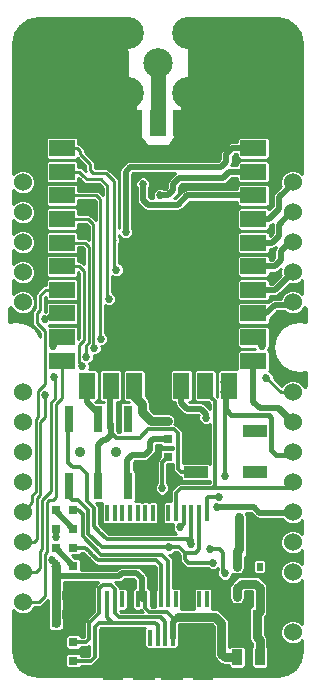
<source format=gtl>
%FSLAX46Y46*%
G04 Gerber Fmt 4.6, Leading zero omitted, Abs format (unit mm)*
G04 Created by KiCad (PCBNEW (2014-jul-16 BZR unknown)-product) date Mon 16 Mar 2015 03:56:46 PM CET*
%MOMM*%
G01*
G04 APERTURE LIST*
%ADD10C,0.150000*%
%ADD11R,0.347980X1.397000*%
%ADD12R,0.787400X0.762000*%
%ADD13R,0.889000X1.397000*%
%ADD14R,0.400000X1.350000*%
%ADD15R,2.100000X1.600000*%
%ADD16R,1.800000X1.900000*%
%ADD17R,1.900000X1.900000*%
%ADD18R,2.200000X1.400000*%
%ADD19R,1.400000X2.200000*%
%ADD20C,1.524000*%
%ADD21R,0.762000X0.787400*%
%ADD22R,1.998980X1.000760*%
%ADD23R,0.800000X2.300000*%
%ADD24C,0.900000*%
%ADD25C,2.499360*%
%ADD26C,2.700020*%
%ADD27R,0.508000X0.762000*%
%ADD28C,0.685800*%
%ADD29C,0.762000*%
%ADD30C,0.304800*%
%ADD31C,0.508000*%
%ADD32C,0.381000*%
%ADD33C,0.254000*%
%ADD34C,1.270000*%
G04 APERTURE END LIST*
D10*
D11*
X179104020Y-107524940D03*
X178453780Y-107524940D03*
X177803540Y-107524940D03*
X177153300Y-107524940D03*
X176503060Y-107524940D03*
X175852820Y-107524940D03*
X175202580Y-107524940D03*
X174557420Y-107524940D03*
X173907180Y-107524940D03*
X173256940Y-107524940D03*
X172606700Y-107524940D03*
X171956460Y-107524940D03*
X171306220Y-107524940D03*
X170655980Y-107524940D03*
X170655980Y-114835060D03*
X171306220Y-114835060D03*
X171956460Y-114835060D03*
X172606700Y-114835060D03*
X173256940Y-114835060D03*
X173907180Y-114835060D03*
X174557420Y-114835060D03*
X175202580Y-114835060D03*
X175852820Y-114835060D03*
X176503060Y-114835060D03*
X177153300Y-114835060D03*
X177803540Y-114835060D03*
X178453780Y-114835060D03*
X179104020Y-114835060D03*
D12*
X166305900Y-107260000D03*
X167804500Y-107260000D03*
X166305900Y-110470000D03*
X167804500Y-110470000D03*
X167804500Y-113680000D03*
X166305900Y-113680000D03*
X167804500Y-115270000D03*
X166305900Y-115270000D03*
X167804500Y-116870000D03*
X166305900Y-116870000D03*
X166305900Y-120046000D03*
X167804500Y-120046000D03*
X166305900Y-118470000D03*
X167804500Y-118470000D03*
X183333100Y-108920000D03*
X181834500Y-108920000D03*
X183333100Y-110630000D03*
X181834500Y-110630000D03*
X181834500Y-116096400D03*
X183333100Y-116096400D03*
X181834500Y-117747400D03*
X183333100Y-117747400D03*
D13*
X181677500Y-119740000D03*
X183582500Y-119740000D03*
D12*
X167804500Y-112050000D03*
X166305900Y-112050000D03*
X167804500Y-108870000D03*
X166305900Y-108870000D03*
D14*
X173650000Y-118090000D03*
X174300000Y-118090000D03*
X174950000Y-118090000D03*
X175600000Y-118090000D03*
X176250000Y-118090000D03*
D15*
X171850000Y-118215000D03*
X178050000Y-118215000D03*
D16*
X171150000Y-120765000D03*
X178750000Y-120765000D03*
D17*
X173750000Y-120765000D03*
X176150000Y-120765000D03*
D18*
X166860000Y-76650000D03*
X166860000Y-78650000D03*
X166860000Y-80650000D03*
X166860000Y-82650000D03*
X166860000Y-84650000D03*
X166860000Y-86650000D03*
X166860000Y-88650000D03*
X166860000Y-90650000D03*
X166860000Y-92650000D03*
X166860000Y-94650000D03*
D19*
X168960000Y-96750000D03*
X170960000Y-96750000D03*
X172960000Y-96750000D03*
X174960000Y-96750000D03*
X176960000Y-96750000D03*
X178960000Y-96750000D03*
X180960000Y-96750000D03*
D18*
X183060000Y-94650000D03*
X183060000Y-92650000D03*
X183060000Y-90650000D03*
X183060000Y-88650000D03*
X183060000Y-86650000D03*
X183060000Y-84650000D03*
X183060000Y-82650000D03*
X183060000Y-80650000D03*
X183060000Y-78650000D03*
X183060000Y-76650000D03*
D19*
X180960000Y-74550000D03*
X178960000Y-74550000D03*
X176960000Y-74550000D03*
X174960000Y-74550000D03*
X172960000Y-74550000D03*
X170960000Y-74550000D03*
X168960000Y-74550000D03*
D20*
X163520000Y-79530000D03*
X163520000Y-82070000D03*
X163520000Y-84610000D03*
X163520000Y-87150000D03*
X163520000Y-89690000D03*
X163520000Y-97310000D03*
X163520000Y-99850000D03*
X163520000Y-102390000D03*
X163520000Y-104930000D03*
X163520000Y-107470000D03*
X163520000Y-110010000D03*
X163520000Y-112550000D03*
X163520000Y-115090000D03*
X163520000Y-117630000D03*
X186380000Y-79530000D03*
X186380000Y-82070000D03*
X186380000Y-84610000D03*
X186380000Y-87150000D03*
X186380000Y-89690000D03*
X186380000Y-97310000D03*
X186380000Y-99850000D03*
X186380000Y-102390000D03*
X186380000Y-104930000D03*
X186380000Y-107470000D03*
X186380000Y-110010000D03*
X186380000Y-112550000D03*
X186380000Y-115090000D03*
X186380000Y-117630000D03*
D21*
X175790000Y-102759300D03*
X175790000Y-101260700D03*
D22*
X178200640Y-100589940D03*
X183199360Y-100589940D03*
X178200640Y-104090060D03*
X183199360Y-104090060D03*
D23*
X167410000Y-105260000D03*
X169910000Y-105260000D03*
X172410000Y-105260000D03*
X172410000Y-99560000D03*
X169910000Y-99560000D03*
X167410000Y-99560000D03*
D24*
X168410000Y-102410000D03*
X171410000Y-102410000D03*
D25*
X174960000Y-69400000D03*
D26*
X177500000Y-66860000D03*
X172420000Y-66860000D03*
X172420000Y-71940000D03*
X177500000Y-71940000D03*
D27*
X181667500Y-114620000D03*
X183572500Y-114620000D03*
X181667500Y-112080000D03*
X182620000Y-114620000D03*
X183572500Y-112080000D03*
D28*
X175790000Y-99730000D03*
X176840000Y-108760000D03*
X181834500Y-109810000D03*
X181820000Y-107870000D03*
X169580000Y-93570000D03*
X170140000Y-92790000D03*
X170830000Y-89430000D03*
X171450000Y-86940000D03*
X172230000Y-83740000D03*
X183770000Y-93410000D03*
X184140000Y-96080000D03*
X179650000Y-111770000D03*
X175880000Y-110448198D03*
X175310000Y-105440000D03*
X180620000Y-104390000D03*
X180140000Y-106180000D03*
X179380000Y-110550000D03*
X177770000Y-110160000D03*
X180620000Y-112650000D03*
X166030000Y-111510000D03*
X166320000Y-109580000D03*
X178750000Y-119380000D03*
X171150000Y-119410000D03*
X174950000Y-94890000D03*
X178180000Y-101500000D03*
X183333100Y-109830000D03*
X181834500Y-116900000D03*
X170960000Y-76650000D03*
X172940000Y-76660000D03*
X176960000Y-76660000D03*
X178940000Y-76670000D03*
X172610000Y-113530000D03*
X174550000Y-113520000D03*
X167804500Y-114460000D03*
X172410000Y-120475000D03*
X174960000Y-120475000D03*
X177470000Y-120475000D03*
X175000000Y-108970000D03*
X181890000Y-66870000D03*
X185590000Y-66890000D03*
X185620000Y-70480000D03*
X181890000Y-70590000D03*
X185620000Y-74110000D03*
X185570000Y-77830000D03*
X168350000Y-66830000D03*
X164640000Y-66850000D03*
X164670000Y-70600000D03*
X168400000Y-70600000D03*
X164670000Y-78450000D03*
X164670000Y-74560000D03*
X168920000Y-94300000D03*
X168580000Y-95110000D03*
X165430000Y-97510000D03*
X165410000Y-91120000D03*
X166090000Y-93370000D03*
X166200000Y-96000000D03*
X175150000Y-80630000D03*
X173690000Y-79670000D03*
X179020000Y-99490000D03*
X180000000Y-107020000D03*
D29*
X181667500Y-112080000D02*
X181667500Y-110797000D01*
X181667500Y-110797000D02*
X181834500Y-110630000D01*
X175790000Y-99730000D02*
X174390000Y-99730000D01*
X174390000Y-99730000D02*
X173630000Y-98970000D01*
X173630000Y-98280000D02*
X172960000Y-97610000D01*
X173630000Y-98970000D02*
X173630000Y-98280000D01*
X172960000Y-97610000D02*
X172960000Y-96750000D01*
D30*
X177153300Y-107524940D02*
X177153300Y-108446700D01*
X177153300Y-108446700D02*
X176840000Y-108760000D01*
D29*
X181834500Y-108920000D02*
X181834500Y-107884500D01*
X181834500Y-107884500D02*
X181820000Y-107870000D01*
X181834500Y-110630000D02*
X181834500Y-109810000D01*
X181834500Y-109810000D02*
X181834500Y-108920000D01*
D31*
X183060000Y-86650000D02*
X184860000Y-86650000D01*
X185360000Y-85400000D02*
X186150000Y-84610000D01*
X185360000Y-86150000D02*
X185360000Y-85400000D01*
X184860000Y-86650000D02*
X185360000Y-86150000D01*
X186150000Y-84610000D02*
X186380000Y-84610000D01*
D32*
X186020000Y-84810000D02*
X186380000Y-84810000D01*
D31*
X183060000Y-88650000D02*
X184880000Y-88650000D01*
X184880000Y-88650000D02*
X186380000Y-87150000D01*
D33*
X166860000Y-82650000D02*
X169050000Y-82650000D01*
X169050000Y-82650000D02*
X169500000Y-83100000D01*
X169500000Y-89150000D02*
X169500000Y-91350000D01*
X169500000Y-83100000D02*
X169500000Y-89150000D01*
X169500000Y-93490000D02*
X169580000Y-93570000D01*
X169500000Y-91350000D02*
X169500000Y-93490000D01*
X170090000Y-88570000D02*
X170090000Y-92740000D01*
X170090000Y-92740000D02*
X170140000Y-92790000D01*
X169760000Y-80650000D02*
X170090000Y-80980000D01*
X166860000Y-80650000D02*
X169760000Y-80650000D01*
X170090000Y-80980000D02*
X170090000Y-88570000D01*
X170690000Y-86560000D02*
X170690000Y-89290000D01*
X170690000Y-89290000D02*
X170830000Y-89430000D01*
X168660000Y-79010000D02*
X168940000Y-79290000D01*
X168940000Y-79290000D02*
X170130000Y-79290000D01*
X168300000Y-78650000D02*
X168660000Y-79010000D01*
X166860000Y-78650000D02*
X168300000Y-78650000D01*
X170690000Y-79850000D02*
X170690000Y-86560000D01*
X170690000Y-86560000D02*
X170690000Y-86580000D01*
X170130000Y-79290000D02*
X170690000Y-79850000D01*
X171270000Y-83730000D02*
X171270000Y-86760000D01*
X171270000Y-86760000D02*
X171450000Y-86940000D01*
X166860000Y-76650000D02*
X168150000Y-76650000D01*
X168150000Y-76650000D02*
X168400000Y-76900000D01*
X168400000Y-76900000D02*
X168400000Y-77160000D01*
X168400000Y-77160000D02*
X169230000Y-77990000D01*
X169230000Y-77990000D02*
X169230000Y-78530000D01*
X169230000Y-78530000D02*
X169450000Y-78750000D01*
X169450000Y-78750000D02*
X170580000Y-78750000D01*
X170580000Y-78750000D02*
X171270000Y-79440000D01*
X171270000Y-79440000D02*
X171270000Y-83730000D01*
X171270000Y-83730000D02*
X171270000Y-83860000D01*
X171270000Y-84320000D02*
X171270000Y-83860000D01*
X171370000Y-84420000D02*
X171270000Y-84320000D01*
D31*
X172230000Y-80750000D02*
X172230000Y-83740000D01*
X179920000Y-78260000D02*
X180280000Y-78260000D01*
X180280000Y-78260000D02*
X180750000Y-77790000D01*
X180750000Y-77790000D02*
X180750000Y-77150000D01*
X180750000Y-77150000D02*
X181250000Y-76650000D01*
X181250000Y-76650000D02*
X183060000Y-76650000D01*
X179480000Y-78260000D02*
X179920000Y-78260000D01*
X174710000Y-78260000D02*
X179480000Y-78260000D01*
X180280000Y-78260000D02*
X180750000Y-77790000D01*
X172600000Y-78260000D02*
X172230000Y-78630000D01*
X174710000Y-78260000D02*
X172600000Y-78260000D01*
X172230000Y-78630000D02*
X172230000Y-80750000D01*
X172240000Y-80750000D02*
X172230000Y-80750000D01*
X172230000Y-80750000D02*
X172240000Y-80750000D01*
X172240000Y-80750000D02*
X172230000Y-80750000D01*
X183060000Y-90650000D02*
X184140000Y-90650000D01*
X184140000Y-90650000D02*
X184850000Y-89940000D01*
X184850000Y-89940000D02*
X186130000Y-89940000D01*
X186130000Y-89940000D02*
X186380000Y-89690000D01*
D33*
X183060000Y-92650000D02*
X183060000Y-92700000D01*
X183060000Y-92700000D02*
X183770000Y-93410000D01*
X184140000Y-96080000D02*
X185370000Y-97310000D01*
X185370000Y-97310000D02*
X186380000Y-97310000D01*
D31*
X184180000Y-98663098D02*
X185193098Y-98663098D01*
X185193098Y-98663098D02*
X186380000Y-99850000D01*
X186380000Y-99950000D02*
X186380000Y-100050000D01*
X183060000Y-98110000D02*
X183613098Y-98663098D01*
X183613098Y-98663098D02*
X184180000Y-98663098D01*
X184180000Y-98663098D02*
X185093098Y-98663098D01*
X185093098Y-98663098D02*
X186380000Y-99950000D01*
X183060000Y-94650000D02*
X183060000Y-98110000D01*
D30*
X177240000Y-110900000D02*
X177240000Y-111460000D01*
X177240000Y-111460000D02*
X177550000Y-111770000D01*
X177550000Y-111770000D02*
X179650000Y-111770000D01*
X171000000Y-110448198D02*
X170194780Y-110448198D01*
X168200000Y-106410000D02*
X168050000Y-106410000D01*
X169087202Y-107297202D02*
X168200000Y-106410000D01*
X169087202Y-109340620D02*
X169087202Y-107297202D01*
X170194780Y-110448198D02*
X169087202Y-109340620D01*
X175790000Y-102759300D02*
X175340000Y-103209300D01*
X175340000Y-105410000D02*
X175340000Y-103209300D01*
X175310000Y-105440000D02*
X175340000Y-105410000D01*
X177240000Y-110900000D02*
X178180000Y-110900000D01*
X178453780Y-110626220D02*
X178453780Y-110036220D01*
X178180000Y-110900000D02*
X178453780Y-110626220D01*
X176630000Y-110448198D02*
X176788198Y-110448198D01*
X176788198Y-110448198D02*
X177240000Y-110900000D01*
X178453780Y-110036220D02*
X178453780Y-109816220D01*
X178453780Y-107524940D02*
X178453780Y-108986220D01*
X178453780Y-109816220D02*
X178453780Y-108986220D01*
X167730000Y-106410000D02*
X168050000Y-106410000D01*
X167390000Y-106070000D02*
X167730000Y-106410000D01*
X167390000Y-104810000D02*
X167390000Y-106070000D01*
X171000000Y-110448198D02*
X175880000Y-110448198D01*
X175880000Y-110448198D02*
X176630000Y-110448198D01*
X185300000Y-102590000D02*
X186180000Y-102590000D01*
X186180000Y-102590000D02*
X186380000Y-102390000D01*
X180430000Y-97280000D02*
X180960000Y-96750000D01*
D33*
X180950000Y-95920000D02*
X180950000Y-96090000D01*
D30*
X186310000Y-102660000D02*
X186380000Y-102590000D01*
X180430000Y-96440000D02*
X180950000Y-95920000D01*
X180610000Y-97100000D02*
X180960000Y-96750000D01*
X180610000Y-98680000D02*
X180610000Y-97100000D01*
X180610000Y-104380000D02*
X180610000Y-98680000D01*
X180620000Y-104390000D02*
X180610000Y-104380000D01*
X179104020Y-106730000D02*
X179104020Y-106265980D01*
X179104020Y-106265980D02*
X179190000Y-106180000D01*
X179190000Y-106180000D02*
X180140000Y-106180000D01*
X179104020Y-107524940D02*
X179104020Y-106730000D01*
D32*
X184340000Y-99260000D02*
X181190000Y-99260000D01*
X180690000Y-98760000D02*
X180610000Y-98680000D01*
X181190000Y-99260000D02*
X180690000Y-98760000D01*
X180690000Y-97020000D02*
X180960000Y-96750000D01*
X180690000Y-98760000D02*
X180690000Y-97020000D01*
X184580000Y-99500000D02*
X184340000Y-99260000D01*
X184580000Y-102190000D02*
X184580000Y-99500000D01*
X184980000Y-102590000D02*
X184580000Y-102190000D01*
X186380000Y-102590000D02*
X185300000Y-102590000D01*
X185300000Y-102590000D02*
X184980000Y-102590000D01*
D30*
X180210000Y-110610000D02*
X180520000Y-110920000D01*
X179440000Y-110610000D02*
X180210000Y-110610000D01*
X179380000Y-110550000D02*
X179440000Y-110610000D01*
X180520000Y-112550000D02*
X180620000Y-112650000D01*
X180520000Y-110920000D02*
X180520000Y-112550000D01*
X167390000Y-101480000D02*
X167390000Y-103320000D01*
X168400000Y-103670000D02*
X168950000Y-104220000D01*
X167740000Y-103670000D02*
X168400000Y-103670000D01*
X167390000Y-103320000D02*
X167740000Y-103670000D01*
X168950000Y-105370000D02*
X168950000Y-106513418D01*
X168950000Y-105370000D02*
X168950000Y-104220000D01*
X170620000Y-109740000D02*
X170000000Y-109120000D01*
X171750000Y-109740000D02*
X170620000Y-109740000D01*
X176880000Y-109740000D02*
X171750000Y-109740000D01*
X177550000Y-109740000D02*
X176880000Y-109740000D01*
X168950000Y-106513418D02*
X169544404Y-107107822D01*
X169544404Y-107107822D02*
X169544404Y-108664404D01*
X169544404Y-108664404D02*
X170000000Y-109120000D01*
X177550000Y-109740000D02*
X177700000Y-109740000D01*
X177700000Y-109740000D02*
X177820000Y-109860000D01*
X167390000Y-101480000D02*
X167390000Y-99110000D01*
X177350000Y-109740000D02*
X177770000Y-110160000D01*
X176880000Y-109740000D02*
X177350000Y-109740000D01*
X177803540Y-110126460D02*
X177770000Y-110160000D01*
X177803540Y-107524940D02*
X177803540Y-110126460D01*
X183520000Y-105400000D02*
X185910000Y-105400000D01*
X185910000Y-105400000D02*
X186380000Y-104930000D01*
X179790000Y-98780000D02*
X179790000Y-98100000D01*
X179790000Y-98100000D02*
X178960000Y-97270000D01*
X178960000Y-97270000D02*
X178960000Y-96750000D01*
X186380000Y-105370000D02*
X186380000Y-105130000D01*
X186110000Y-105400000D02*
X186380000Y-105130000D01*
X176503060Y-105856940D02*
X176960000Y-105400000D01*
X179310000Y-105400000D02*
X183520000Y-105400000D01*
X183520000Y-105400000D02*
X186110000Y-105400000D01*
X176960000Y-105400000D02*
X179310000Y-105400000D01*
X176503060Y-107524940D02*
X176503060Y-105856940D01*
X179490000Y-96460000D02*
X178950000Y-95920000D01*
X179520000Y-105400000D02*
X179790000Y-105130000D01*
X179790000Y-105130000D02*
X179790000Y-98780000D01*
X179310000Y-105400000D02*
X179520000Y-105400000D01*
X178950000Y-96480000D02*
X178950000Y-95920000D01*
D31*
X176250000Y-117170000D02*
X176250000Y-118090000D01*
D30*
X173907180Y-114835060D02*
X173907180Y-115562776D01*
X176250000Y-116400000D02*
X176250000Y-116760000D01*
X175755596Y-115905596D02*
X176250000Y-116400000D01*
X174250000Y-115905596D02*
X175755596Y-115905596D01*
X173907180Y-115562776D02*
X174250000Y-115905596D01*
X176250000Y-117800000D02*
X176250000Y-117170000D01*
X176250000Y-117170000D02*
X176250000Y-116760000D01*
X176250000Y-116760000D02*
X176690000Y-116320000D01*
D29*
X176690000Y-116320000D02*
X179780000Y-116320000D01*
X179780000Y-116320000D02*
X180340000Y-116880000D01*
X180340000Y-116880000D02*
X180340000Y-119460000D01*
X180340000Y-119460000D02*
X180620000Y-119740000D01*
X180620000Y-119740000D02*
X181677500Y-119740000D01*
D31*
X176250000Y-117640000D02*
X176250000Y-116750000D01*
X176250000Y-116750000D02*
X176680000Y-116320000D01*
X176680000Y-116320000D02*
X176690000Y-116320000D01*
X180620000Y-119740000D02*
X181677500Y-119740000D01*
X180340000Y-119460000D02*
X180620000Y-119740000D01*
X180340000Y-116880000D02*
X180340000Y-119460000D01*
X179780000Y-116320000D02*
X180340000Y-116880000D01*
X166305900Y-108870000D02*
X166305900Y-109565900D01*
X166030000Y-111510000D02*
X166305900Y-111785900D01*
X166305900Y-109565900D02*
X166320000Y-109580000D01*
X166305900Y-111785900D02*
X166305900Y-112050000D01*
D29*
X166305900Y-112860000D02*
X166305900Y-112050000D01*
X166305900Y-113680000D02*
X166305900Y-112860000D01*
X166305900Y-115270000D02*
X166305900Y-114440000D01*
X166305900Y-114440000D02*
X166305900Y-113680000D01*
X166305900Y-116870000D02*
X166305900Y-116090000D01*
X166305900Y-116090000D02*
X166305900Y-115270000D01*
D33*
X173256940Y-114835060D02*
X173600000Y-114835060D01*
X173600000Y-114835060D02*
X173907180Y-114835060D01*
X166305900Y-112050000D02*
X166040000Y-112050000D01*
D31*
X171700000Y-112860000D02*
X171950000Y-112610000D01*
X171950000Y-112610000D02*
X173130000Y-112610000D01*
X173130000Y-112610000D02*
X173600000Y-113080000D01*
X173600000Y-113080000D02*
X173600000Y-114835060D01*
X166305900Y-112860000D02*
X171700000Y-112860000D01*
D29*
X182620000Y-114620000D02*
X182620000Y-115160000D01*
X182620000Y-115160000D02*
X181834500Y-115945500D01*
X181834500Y-115945500D02*
X181834500Y-116096400D01*
D31*
X171150000Y-120765000D02*
X171150000Y-119410000D01*
X171150000Y-119410000D02*
X171150000Y-118915000D01*
X171150000Y-118915000D02*
X171850000Y-118215000D01*
X178050000Y-118215000D02*
X178050000Y-118680000D01*
X178050000Y-118680000D02*
X178750000Y-119380000D01*
X178750000Y-119380000D02*
X178750000Y-120765000D01*
X178050000Y-120065000D02*
X178750000Y-120765000D01*
X177470000Y-120475000D02*
X178460000Y-120475000D01*
X178460000Y-120475000D02*
X178750000Y-120765000D01*
X177470000Y-120475000D02*
X176440000Y-120475000D01*
X176440000Y-120475000D02*
X176150000Y-120765000D01*
X174960000Y-120475000D02*
X175860000Y-120475000D01*
X175860000Y-120475000D02*
X176150000Y-120765000D01*
X174960000Y-120475000D02*
X174040000Y-120475000D01*
X174040000Y-120475000D02*
X173750000Y-120765000D01*
X171850000Y-120065000D02*
X171150000Y-120765000D01*
X172410000Y-120475000D02*
X171440000Y-120475000D01*
X171440000Y-120475000D02*
X171150000Y-120765000D01*
X172410000Y-120475000D02*
X173460000Y-120475000D01*
X173460000Y-120475000D02*
X173750000Y-120765000D01*
X171850000Y-118215000D02*
X173525000Y-118215000D01*
X173525000Y-118215000D02*
X173650000Y-118090000D01*
D29*
X166305900Y-118470000D02*
X164160000Y-118470000D01*
X164160000Y-118470000D02*
X163520000Y-117830000D01*
X163520000Y-117830000D02*
X163520000Y-117630000D01*
X174960000Y-96750000D02*
X174960000Y-94900000D01*
X174960000Y-94900000D02*
X174950000Y-94890000D01*
D31*
X167804500Y-116870000D02*
X167804500Y-116971400D01*
X167804500Y-116971400D02*
X166305900Y-118470000D01*
X178200640Y-100589940D02*
X178200640Y-101479360D01*
X178200640Y-101479360D02*
X178180000Y-101500000D01*
D29*
X164160000Y-118470000D02*
X163520000Y-117830000D01*
D30*
X175202580Y-96172580D02*
X174950000Y-95920000D01*
D29*
X167804500Y-114460000D02*
X167804500Y-113680000D01*
X167804500Y-115270000D02*
X167804500Y-114460000D01*
X167804500Y-116870000D02*
X167804500Y-115270000D01*
X166305900Y-119180000D02*
X166305900Y-118470000D01*
X166305900Y-120046000D02*
X166305900Y-119180000D01*
X183333100Y-109830000D02*
X183333100Y-110630000D01*
X183333100Y-108920000D02*
X183333100Y-109830000D01*
X181834500Y-116900000D02*
X181834500Y-116096400D01*
X181834500Y-117747400D02*
X181834500Y-116900000D01*
D33*
X177153300Y-114835060D02*
X177803540Y-114835060D01*
D29*
X172940000Y-76660000D02*
X172960000Y-76640000D01*
X172960000Y-76640000D02*
X172960000Y-74550000D01*
X170960000Y-74550000D02*
X170960000Y-76650000D01*
X169330000Y-76650000D02*
X168960000Y-76280000D01*
X168960000Y-76280000D02*
X168960000Y-74550000D01*
X170960000Y-76650000D02*
X169330000Y-76650000D01*
X178940000Y-76670000D02*
X178960000Y-76650000D01*
X178960000Y-76650000D02*
X178960000Y-74550000D01*
X176960000Y-74550000D02*
X176960000Y-76660000D01*
X179860000Y-76670000D02*
X178940000Y-76670000D01*
X180960000Y-75570000D02*
X179860000Y-76670000D01*
X180960000Y-74550000D02*
X180960000Y-75570000D01*
D30*
X172606700Y-113533300D02*
X172610000Y-113530000D01*
X172606700Y-114835060D02*
X172606700Y-113533300D01*
X174557420Y-113527420D02*
X174550000Y-113520000D01*
X174557420Y-114835060D02*
X174557420Y-113527420D01*
D31*
X173650000Y-120375000D02*
X173750000Y-120475000D01*
X173650000Y-117800000D02*
X173650000Y-120375000D01*
X172410000Y-120475000D02*
X173750000Y-120475000D01*
X171150000Y-120475000D02*
X172410000Y-120475000D01*
X174960000Y-120475000D02*
X176150000Y-120475000D01*
X173750000Y-120475000D02*
X174960000Y-120475000D01*
X177470000Y-120475000D02*
X178750000Y-120475000D01*
X176150000Y-120475000D02*
X177470000Y-120475000D01*
X171975000Y-117800000D02*
X171850000Y-117925000D01*
X173650000Y-117800000D02*
X171975000Y-117800000D01*
D30*
X175202580Y-108767420D02*
X175000000Y-108970000D01*
X175202580Y-107524940D02*
X175202580Y-108767420D01*
D31*
X181890000Y-66870000D02*
X181910000Y-66890000D01*
X181910000Y-66890000D02*
X185590000Y-66890000D01*
X185620000Y-70480000D02*
X185510000Y-70590000D01*
X185510000Y-70590000D02*
X181890000Y-70590000D01*
X185620000Y-70480000D02*
X185620000Y-74110000D01*
X168380000Y-66860000D02*
X168350000Y-66830000D01*
X164640000Y-66850000D02*
X164670000Y-66880000D01*
X164670000Y-66880000D02*
X164670000Y-70600000D01*
X172420000Y-66860000D02*
X168380000Y-66860000D01*
X164670000Y-74560000D02*
X164670000Y-70600000D01*
D30*
X175600000Y-116980000D02*
X175600000Y-118090000D01*
X171306220Y-114835060D02*
X171306220Y-116019018D01*
X175212798Y-116362798D02*
X175600000Y-116750000D01*
X171650000Y-116362798D02*
X175212798Y-116362798D01*
X171306220Y-116019018D02*
X171650000Y-116362798D01*
X175600000Y-116750000D02*
X175600000Y-116980000D01*
X175600000Y-116980000D02*
X175600000Y-117640000D01*
X168850000Y-118470000D02*
X169142798Y-118177202D01*
X169142798Y-118177202D02*
X169142798Y-116897202D01*
X169142798Y-116897202D02*
X170020000Y-116020000D01*
X170020000Y-116020000D02*
X170020000Y-113910000D01*
X170020000Y-113910000D02*
X170280000Y-113650000D01*
X170280000Y-113650000D02*
X171000000Y-113650000D01*
X171000000Y-113650000D02*
X171306220Y-113956220D01*
X171306220Y-113956220D02*
X171306220Y-114835060D01*
X167804500Y-118470000D02*
X168850000Y-118470000D01*
X174950000Y-117130000D02*
X174950000Y-118090000D01*
X174950000Y-117800000D02*
X174950000Y-117130000D01*
X174950000Y-117130000D02*
X174950000Y-117030000D01*
X169990000Y-116820000D02*
X169600000Y-117210000D01*
X171120000Y-116820000D02*
X169990000Y-116820000D01*
X174740000Y-116820000D02*
X171120000Y-116820000D01*
X174950000Y-117030000D02*
X174740000Y-116820000D01*
X169600000Y-117360000D02*
X169600000Y-117210000D01*
X169600000Y-117590000D02*
X169600000Y-117360000D01*
X167804500Y-120046000D02*
X169274000Y-120046000D01*
X169600000Y-119720000D02*
X169600000Y-117590000D01*
X169274000Y-120046000D02*
X169600000Y-119720000D01*
X170655980Y-116355980D02*
X171120000Y-116820000D01*
X170655980Y-114835060D02*
X170655980Y-116355980D01*
D29*
X181667500Y-114620000D02*
X181667500Y-113922500D01*
X183572500Y-113872500D02*
X183572500Y-114620000D01*
X183220000Y-113520000D02*
X183572500Y-113872500D01*
X182070000Y-113520000D02*
X183220000Y-113520000D01*
X181667500Y-113922500D02*
X182070000Y-113520000D01*
X183572500Y-114620000D02*
X183572500Y-115857000D01*
X183572500Y-115857000D02*
X183333100Y-116096400D01*
X183333100Y-117747400D02*
X183333100Y-116096400D01*
X183333100Y-117747400D02*
X183333100Y-118063100D01*
X183333100Y-118063100D02*
X183582500Y-118312500D01*
X183582500Y-118312500D02*
X183582500Y-119740000D01*
D31*
X166305900Y-110470000D02*
X166305900Y-110515900D01*
X166305900Y-110515900D02*
X167804500Y-112014500D01*
X167804500Y-112014500D02*
X167804500Y-112050000D01*
X166305900Y-107260000D02*
X166305900Y-107371400D01*
X166305900Y-107371400D02*
X167804500Y-108870000D01*
D30*
X169400000Y-111070000D02*
X169110000Y-110780000D01*
X169110000Y-110780000D02*
X168800000Y-110470000D01*
X167804500Y-110470000D02*
X168800000Y-110470000D01*
X175202580Y-111952580D02*
X174810000Y-111560000D01*
X174810000Y-111560000D02*
X169880000Y-111560000D01*
X169880000Y-111560000D02*
X169400000Y-111080000D01*
X169400000Y-111080000D02*
X169400000Y-111070000D01*
X175202580Y-114835060D02*
X175202580Y-111952580D01*
X170560000Y-111080000D02*
X170180000Y-111080000D01*
X168240000Y-107260000D02*
X167804500Y-107260000D01*
X168630000Y-107650000D02*
X168240000Y-107260000D01*
X168630000Y-109530000D02*
X168630000Y-107650000D01*
X170180000Y-111080000D02*
X168630000Y-109530000D01*
X175852820Y-113030000D02*
X175852820Y-112200000D01*
X175852820Y-113030000D02*
X175852820Y-114835060D01*
X175852820Y-111602820D02*
X175330000Y-111080000D01*
X175330000Y-111080000D02*
X170560000Y-111080000D01*
X175852820Y-112200000D02*
X175852820Y-111602820D01*
D33*
X168910000Y-94290000D02*
X168920000Y-94300000D01*
X168910000Y-93330000D02*
X168910000Y-94290000D01*
X168753598Y-84650000D02*
X169093598Y-84990000D01*
X169093598Y-84990000D02*
X169093598Y-93146402D01*
X169093598Y-93146402D02*
X168910000Y-93330000D01*
X166860000Y-84650000D02*
X168753598Y-84650000D01*
X166860000Y-86650000D02*
X167820000Y-86650000D01*
X168260000Y-94790000D02*
X168580000Y-95110000D01*
X168260000Y-93580000D02*
X168260000Y-94790000D01*
X168297196Y-86650000D02*
X168687196Y-87040000D01*
X168687196Y-87040000D02*
X168687196Y-92902804D01*
X168687196Y-92902804D02*
X168260000Y-93330000D01*
X168260000Y-93330000D02*
X168260000Y-93580000D01*
X166860000Y-86650000D02*
X168297196Y-86650000D01*
X164340794Y-106310000D02*
X164340794Y-106649206D01*
X164340794Y-106649206D02*
X163520000Y-107470000D01*
X164617196Y-99572804D02*
X164617196Y-105732804D01*
X164617196Y-105732804D02*
X164340794Y-106009206D01*
X164340794Y-106009206D02*
X164340794Y-106310000D01*
X165003598Y-90336402D02*
X164710000Y-90630000D01*
X164710000Y-90630000D02*
X164710000Y-91460000D01*
X164710000Y-91460000D02*
X165410000Y-92160000D01*
X165410000Y-92160000D02*
X165410000Y-96610000D01*
X165410000Y-96610000D02*
X164780000Y-97240000D01*
X164780000Y-97240000D02*
X164780000Y-99410000D01*
X164780000Y-99410000D02*
X164617196Y-99572804D01*
X166860000Y-88650000D02*
X165470000Y-88650000D01*
X165470000Y-88650000D02*
X165003598Y-89116402D01*
X165003598Y-89116402D02*
X165003598Y-90336402D01*
X164747196Y-109190000D02*
X164747196Y-109712804D01*
X164450000Y-110010000D02*
X163520000Y-110010000D01*
X164747196Y-109712804D02*
X164450000Y-110010000D01*
X165410000Y-91120000D02*
X165880000Y-90650000D01*
X165880000Y-90650000D02*
X165410000Y-91120000D01*
X166860000Y-90650000D02*
X165880000Y-90650000D01*
X165410000Y-98430000D02*
X165410000Y-99440000D01*
X165410000Y-99440000D02*
X165023598Y-99826402D01*
X164747196Y-106278064D02*
X164887630Y-106137630D01*
X164747196Y-109190000D02*
X164747196Y-106278064D01*
X165023598Y-106001662D02*
X164887630Y-106137630D01*
X165023598Y-99826402D02*
X165023598Y-106001662D01*
X165410000Y-97530000D02*
X165410000Y-98410000D01*
X165430000Y-97510000D02*
X165410000Y-97530000D01*
X164973598Y-111750000D02*
X164973598Y-112186402D01*
X164610000Y-112550000D02*
X163520000Y-112550000D01*
X164973598Y-112186402D02*
X164610000Y-112550000D01*
X165830000Y-92650000D02*
X166860000Y-92650000D01*
X165430000Y-106195260D02*
X165153598Y-106471662D01*
X165840000Y-92650000D02*
X166860000Y-92650000D01*
X165153598Y-110600000D02*
X165153598Y-106471662D01*
X164973598Y-110780000D02*
X165153598Y-110600000D01*
X164973598Y-111750000D02*
X164973598Y-110780000D01*
X166200000Y-96000000D02*
X166220000Y-96020000D01*
X166220000Y-96020000D02*
X166220000Y-97850000D01*
X166220000Y-97850000D02*
X165910000Y-98160000D01*
X165910000Y-98160000D02*
X165910000Y-105715260D01*
X165910000Y-105715260D02*
X165430000Y-106195260D01*
X166810000Y-92650000D02*
X166090000Y-93370000D01*
X166860000Y-92650000D02*
X166810000Y-92650000D01*
X165380000Y-113820000D02*
X165380000Y-114610000D01*
X164900000Y-115090000D02*
X163520000Y-115090000D01*
X165380000Y-114610000D02*
X164900000Y-115090000D01*
X166330000Y-95180000D02*
X166860000Y-94650000D01*
X166330000Y-98850000D02*
X166330000Y-106170000D01*
X165760000Y-106440000D02*
X166060000Y-106440000D01*
X166060000Y-106440000D02*
X166330000Y-106170000D01*
X165560000Y-110630000D02*
X165560000Y-106640000D01*
X165560000Y-106640000D02*
X165760000Y-106440000D01*
X165560000Y-110820000D02*
X165380000Y-111000000D01*
X165380000Y-111000000D02*
X165380000Y-113820000D01*
X165560000Y-110630000D02*
X165560000Y-110820000D01*
X166880000Y-94670000D02*
X166860000Y-94650000D01*
X166330000Y-98350000D02*
X166880000Y-97800000D01*
X166880000Y-97800000D02*
X166880000Y-94670000D01*
X166330000Y-98850000D02*
X166330000Y-98350000D01*
D31*
X175160000Y-80620000D02*
X175840000Y-80620000D01*
X175150000Y-80630000D02*
X175160000Y-80620000D01*
X182650000Y-79060000D02*
X183060000Y-78650000D01*
X181010000Y-78650000D02*
X180490000Y-79170000D01*
X180490000Y-79170000D02*
X176780000Y-79170000D01*
X176780000Y-79170000D02*
X176250000Y-79700000D01*
X176250000Y-79700000D02*
X176250000Y-80210000D01*
X176250000Y-80210000D02*
X175840000Y-80620000D01*
X175840000Y-80620000D02*
X175130000Y-80620000D01*
X183060000Y-78650000D02*
X181010000Y-78650000D01*
X175130000Y-80650000D02*
X175130000Y-80620000D01*
X175130000Y-80620000D02*
X175130000Y-80650000D01*
X175130000Y-80650000D02*
X175130000Y-80620000D01*
X173690000Y-79670000D02*
X173690000Y-79640000D01*
X177440000Y-80650000D02*
X176660000Y-81430000D01*
X183060000Y-80650000D02*
X177440000Y-80650000D01*
X173690000Y-81000000D02*
X173690000Y-79640000D01*
X174120000Y-81430000D02*
X173690000Y-81000000D01*
X176660000Y-81430000D02*
X174120000Y-81430000D01*
X183060000Y-82650000D02*
X184350000Y-82650000D01*
X185210000Y-80820000D02*
X186380000Y-79650000D01*
X185210000Y-81790000D02*
X185210000Y-80820000D01*
X184350000Y-82650000D02*
X185210000Y-81790000D01*
X186380000Y-79650000D02*
X186380000Y-79530000D01*
X183060000Y-84650000D02*
X184610000Y-84650000D01*
X185210000Y-83120000D02*
X186260000Y-82070000D01*
X185210000Y-84050000D02*
X185210000Y-83120000D01*
X184610000Y-84650000D02*
X185210000Y-84050000D01*
X186260000Y-82070000D02*
X186380000Y-82070000D01*
D32*
X186280000Y-82270000D02*
X186380000Y-82270000D01*
D31*
X185160000Y-107500000D02*
X186350000Y-107500000D01*
X186350000Y-107500000D02*
X186380000Y-107470000D01*
X176950000Y-98240000D02*
X176950000Y-96760000D01*
X176950000Y-96760000D02*
X176960000Y-96750000D01*
X186210000Y-107500000D02*
X186380000Y-107670000D01*
X176950000Y-98240000D02*
X177410000Y-98700000D01*
X177410000Y-98700000D02*
X178600000Y-98700000D01*
X178600000Y-98700000D02*
X179020000Y-99120000D01*
X179020000Y-99120000D02*
X179020000Y-99490000D01*
X183560000Y-107500000D02*
X183900000Y-107500000D01*
X183080000Y-107020000D02*
X183560000Y-107500000D01*
X183900000Y-107500000D02*
X185160000Y-107500000D01*
X185160000Y-107500000D02*
X186210000Y-107500000D01*
X176950000Y-95920000D02*
X176950000Y-98240000D01*
X180000000Y-107020000D02*
X183080000Y-107020000D01*
D34*
X174960000Y-74550000D02*
X174960000Y-69400000D01*
D31*
X172410000Y-105260000D02*
X172410000Y-104220000D01*
X172410000Y-104220000D02*
X172390000Y-104200000D01*
X172390000Y-104200000D02*
X172410000Y-105260000D01*
X172390000Y-103020000D02*
X172780000Y-102630000D01*
X172780000Y-102630000D02*
X173860000Y-102630000D01*
X173860000Y-102630000D02*
X174300000Y-102190000D01*
X174300000Y-102190000D02*
X174300000Y-101540000D01*
X174300000Y-101540000D02*
X174579300Y-101260700D01*
X174579300Y-101260700D02*
X175790000Y-101260700D01*
X172390000Y-104810000D02*
X172390000Y-103020000D01*
D30*
X168950000Y-95920000D02*
X168950000Y-96440000D01*
D33*
X168950000Y-95920000D02*
X168950000Y-96210000D01*
D31*
X168950000Y-98170000D02*
X169890000Y-99110000D01*
X168950000Y-95920000D02*
X168950000Y-98170000D01*
D30*
X171700000Y-101150000D02*
X171420000Y-101150000D01*
X171420000Y-101150000D02*
X170970000Y-100700000D01*
D31*
X170950000Y-100040000D02*
X170950000Y-100370000D01*
D30*
X178200640Y-104090060D02*
X176960060Y-104090060D01*
X173410000Y-101150000D02*
X171700000Y-101150000D01*
X174090000Y-100470000D02*
X173410000Y-101150000D01*
X176360000Y-100470000D02*
X174090000Y-100470000D01*
X176680000Y-100790000D02*
X176360000Y-100470000D01*
X176680000Y-103810000D02*
X176680000Y-100790000D01*
X176960060Y-104090060D02*
X176680000Y-103810000D01*
D31*
X169860000Y-102120000D02*
X169860000Y-101820000D01*
X169860000Y-102120000D02*
X169860000Y-104080000D01*
X169860000Y-101820000D02*
X170350000Y-101330000D01*
X170350000Y-101330000D02*
X170580000Y-101330000D01*
X170580000Y-101330000D02*
X170970000Y-100940000D01*
X170970000Y-100940000D02*
X170970000Y-100700000D01*
X170970000Y-100040000D02*
X170950000Y-100040000D01*
X170970000Y-100700000D02*
X170970000Y-100040000D01*
X169910000Y-105260000D02*
X169910000Y-104130000D01*
X169910000Y-104130000D02*
X169860000Y-104080000D01*
D30*
X169890000Y-104810000D02*
X169890000Y-105910000D01*
D31*
X169860000Y-104780000D02*
X169890000Y-104810000D01*
X169860000Y-104080000D02*
X169860000Y-104780000D01*
X170950000Y-95920000D02*
X170950000Y-100040000D01*
D33*
G36*
X173664744Y-115930998D02*
X171828857Y-115930998D01*
X171738020Y-115840160D01*
X171738020Y-115812960D01*
X171838046Y-115812960D01*
X172186026Y-115812960D01*
X172288717Y-115770424D01*
X172367314Y-115691827D01*
X172409850Y-115589136D01*
X172409850Y-115477984D01*
X172409850Y-114080984D01*
X172367314Y-113978293D01*
X172288717Y-113899696D01*
X172186026Y-113857160D01*
X172074874Y-113857160D01*
X171726894Y-113857160D01*
X171718968Y-113860442D01*
X171705151Y-113790977D01*
X171611549Y-113650891D01*
X171611545Y-113650888D01*
X171354057Y-113393400D01*
X171700000Y-113393400D01*
X171904123Y-113352797D01*
X172077171Y-113237171D01*
X172170941Y-113143400D01*
X172909058Y-113143400D01*
X173066600Y-113300941D01*
X173066600Y-113857160D01*
X173027374Y-113857160D01*
X172924683Y-113899696D01*
X172846086Y-113978293D01*
X172803550Y-114080984D01*
X172803550Y-114192136D01*
X172803550Y-115589136D01*
X172846086Y-115691827D01*
X172924683Y-115770424D01*
X173027374Y-115812960D01*
X173138526Y-115812960D01*
X173486506Y-115812960D01*
X173547988Y-115787493D01*
X173601851Y-115868105D01*
X173664744Y-115930998D01*
X173664744Y-115930998D01*
G37*
X173664744Y-115930998D02*
X171828857Y-115930998D01*
X171738020Y-115840160D01*
X171738020Y-115812960D01*
X171838046Y-115812960D01*
X172186026Y-115812960D01*
X172288717Y-115770424D01*
X172367314Y-115691827D01*
X172409850Y-115589136D01*
X172409850Y-115477984D01*
X172409850Y-114080984D01*
X172367314Y-113978293D01*
X172288717Y-113899696D01*
X172186026Y-113857160D01*
X172074874Y-113857160D01*
X171726894Y-113857160D01*
X171718968Y-113860442D01*
X171705151Y-113790977D01*
X171611549Y-113650891D01*
X171611545Y-113650888D01*
X171354057Y-113393400D01*
X171700000Y-113393400D01*
X171904123Y-113352797D01*
X172077171Y-113237171D01*
X172170941Y-113143400D01*
X172909058Y-113143400D01*
X173066600Y-113300941D01*
X173066600Y-113857160D01*
X173027374Y-113857160D01*
X172924683Y-113899696D01*
X172846086Y-113978293D01*
X172803550Y-114080984D01*
X172803550Y-114192136D01*
X172803550Y-115589136D01*
X172846086Y-115691827D01*
X172924683Y-115770424D01*
X173027374Y-115812960D01*
X173138526Y-115812960D01*
X173486506Y-115812960D01*
X173547988Y-115787493D01*
X173601851Y-115868105D01*
X173664744Y-115930998D01*
G36*
X174770780Y-114028861D02*
X174749190Y-114080984D01*
X174749190Y-114192136D01*
X174749190Y-115473796D01*
X174428857Y-115473796D01*
X174360570Y-115405508D01*
X174360570Y-114080984D01*
X174318034Y-113978293D01*
X174239437Y-113899696D01*
X174136746Y-113857160D01*
X174133400Y-113857160D01*
X174133400Y-113080000D01*
X174092797Y-112875877D01*
X174092797Y-112875876D01*
X174046483Y-112806563D01*
X173977171Y-112702829D01*
X173977167Y-112702826D01*
X173507171Y-112232829D01*
X173334123Y-112117203D01*
X173130000Y-112076600D01*
X171950000Y-112076600D01*
X171745876Y-112117203D01*
X171676563Y-112163516D01*
X171572829Y-112232829D01*
X171572826Y-112232832D01*
X171479058Y-112326600D01*
X168477600Y-112326600D01*
X168477600Y-111613424D01*
X168435064Y-111510733D01*
X168356467Y-111432136D01*
X168253776Y-111389600D01*
X168142624Y-111389600D01*
X167933941Y-111389600D01*
X167674741Y-111130400D01*
X168253776Y-111130400D01*
X168356467Y-111087864D01*
X168435064Y-111009267D01*
X168477600Y-110906576D01*
X168477600Y-110901800D01*
X168621142Y-110901800D01*
X168804671Y-111085329D01*
X169074534Y-111355192D01*
X169074535Y-111355193D01*
X169094671Y-111385329D01*
X169574668Y-111865325D01*
X169574671Y-111865329D01*
X169574672Y-111865329D01*
X169668274Y-111927872D01*
X169714757Y-111958931D01*
X169714758Y-111958932D01*
X169880000Y-111991801D01*
X169880000Y-111991800D01*
X169880005Y-111991800D01*
X174631142Y-111991800D01*
X174770780Y-112131438D01*
X174770780Y-114028861D01*
X174770780Y-114028861D01*
G37*
X174770780Y-114028861D02*
X174749190Y-114080984D01*
X174749190Y-114192136D01*
X174749190Y-115473796D01*
X174428857Y-115473796D01*
X174360570Y-115405508D01*
X174360570Y-114080984D01*
X174318034Y-113978293D01*
X174239437Y-113899696D01*
X174136746Y-113857160D01*
X174133400Y-113857160D01*
X174133400Y-113080000D01*
X174092797Y-112875877D01*
X174092797Y-112875876D01*
X174046483Y-112806563D01*
X173977171Y-112702829D01*
X173977167Y-112702826D01*
X173507171Y-112232829D01*
X173334123Y-112117203D01*
X173130000Y-112076600D01*
X171950000Y-112076600D01*
X171745876Y-112117203D01*
X171676563Y-112163516D01*
X171572829Y-112232829D01*
X171572826Y-112232832D01*
X171479058Y-112326600D01*
X168477600Y-112326600D01*
X168477600Y-111613424D01*
X168435064Y-111510733D01*
X168356467Y-111432136D01*
X168253776Y-111389600D01*
X168142624Y-111389600D01*
X167933941Y-111389600D01*
X167674741Y-111130400D01*
X168253776Y-111130400D01*
X168356467Y-111087864D01*
X168435064Y-111009267D01*
X168477600Y-110906576D01*
X168477600Y-110901800D01*
X168621142Y-110901800D01*
X168804671Y-111085329D01*
X169074534Y-111355192D01*
X169074535Y-111355193D01*
X169094671Y-111385329D01*
X169574668Y-111865325D01*
X169574671Y-111865329D01*
X169574672Y-111865329D01*
X169668274Y-111927872D01*
X169714757Y-111958931D01*
X169714758Y-111958932D01*
X169880000Y-111991801D01*
X169880000Y-111991800D01*
X169880005Y-111991800D01*
X174631142Y-111991800D01*
X174770780Y-112131438D01*
X174770780Y-114028861D01*
G36*
X179358200Y-104951142D02*
X179341142Y-104968200D01*
X179310000Y-104968200D01*
X176960005Y-104968200D01*
X176960000Y-104968199D01*
X176822173Y-104995615D01*
X176794757Y-105001069D01*
X176654671Y-105094671D01*
X176197731Y-105551611D01*
X176104129Y-105691697D01*
X176071260Y-105856940D01*
X176071260Y-106547040D01*
X175971234Y-106547040D01*
X175623254Y-106547040D01*
X175520563Y-106589576D01*
X175441966Y-106668173D01*
X175399430Y-106770864D01*
X175399430Y-106882016D01*
X175399430Y-108279016D01*
X175441966Y-108381707D01*
X175520563Y-108460304D01*
X175623254Y-108502840D01*
X175734406Y-108502840D01*
X176082386Y-108502840D01*
X176177940Y-108463260D01*
X176273042Y-108502653D01*
X176217808Y-108635674D01*
X176217592Y-108883240D01*
X176312132Y-109112044D01*
X176487035Y-109287253D01*
X176537481Y-109308200D01*
X171750000Y-109308200D01*
X170798857Y-109308200D01*
X170305329Y-108814671D01*
X169976204Y-108485546D01*
X169976204Y-107107822D01*
X169943335Y-106942579D01*
X169849733Y-106802493D01*
X169736640Y-106689400D01*
X170236333Y-106689400D01*
X170202590Y-106770864D01*
X170202590Y-106882016D01*
X170202590Y-108279016D01*
X170245126Y-108381707D01*
X170323723Y-108460304D01*
X170426414Y-108502840D01*
X170537566Y-108502840D01*
X170885546Y-108502840D01*
X170981100Y-108463260D01*
X171076654Y-108502840D01*
X171187806Y-108502840D01*
X171535786Y-108502840D01*
X171631340Y-108463260D01*
X171726894Y-108502840D01*
X171838046Y-108502840D01*
X172186026Y-108502840D01*
X172281580Y-108463260D01*
X172377134Y-108502840D01*
X172488286Y-108502840D01*
X172836266Y-108502840D01*
X172931820Y-108463260D01*
X173027374Y-108502840D01*
X173138526Y-108502840D01*
X173486506Y-108502840D01*
X173582060Y-108463260D01*
X173677614Y-108502840D01*
X173788766Y-108502840D01*
X174136746Y-108502840D01*
X174232300Y-108463260D01*
X174327854Y-108502840D01*
X174439006Y-108502840D01*
X174786986Y-108502840D01*
X174889677Y-108460304D01*
X174968274Y-108381707D01*
X175010810Y-108279016D01*
X175010810Y-108167864D01*
X175010810Y-106770864D01*
X174968274Y-106668173D01*
X174889677Y-106589576D01*
X174786986Y-106547040D01*
X174675834Y-106547040D01*
X174327854Y-106547040D01*
X174232300Y-106586619D01*
X174136746Y-106547040D01*
X174025594Y-106547040D01*
X173677614Y-106547040D01*
X173582060Y-106586619D01*
X173486506Y-106547040D01*
X173375354Y-106547040D01*
X173055656Y-106547040D01*
X173089400Y-106465576D01*
X173089400Y-106354424D01*
X173089400Y-104054424D01*
X173046864Y-103951733D01*
X172968267Y-103873136D01*
X172923400Y-103854551D01*
X172923400Y-103240942D01*
X173000942Y-103163400D01*
X173860000Y-103163400D01*
X174064123Y-103122797D01*
X174237171Y-103007171D01*
X174677171Y-102567171D01*
X174792797Y-102394123D01*
X174833400Y-102190000D01*
X174833400Y-101794100D01*
X175164445Y-101794100D01*
X175172136Y-101812667D01*
X175250733Y-101891264D01*
X175353424Y-101933800D01*
X175464576Y-101933800D01*
X176226576Y-101933800D01*
X176248200Y-101924843D01*
X176248200Y-102095156D01*
X176226576Y-102086200D01*
X176115424Y-102086200D01*
X175353424Y-102086200D01*
X175250733Y-102128736D01*
X175172136Y-102207333D01*
X175129600Y-102310024D01*
X175129600Y-102421176D01*
X175129600Y-102809042D01*
X175034671Y-102903971D01*
X174941069Y-103044057D01*
X174908200Y-103209300D01*
X174908200Y-104961801D01*
X174782747Y-105087035D01*
X174687808Y-105315674D01*
X174687592Y-105563240D01*
X174782132Y-105792044D01*
X174957035Y-105967253D01*
X175185674Y-106062192D01*
X175433240Y-106062408D01*
X175662044Y-105967868D01*
X175837253Y-105792965D01*
X175932192Y-105564326D01*
X175932408Y-105316760D01*
X175837868Y-105087956D01*
X175771800Y-105021772D01*
X175771800Y-103432400D01*
X176226576Y-103432400D01*
X176248200Y-103423443D01*
X176248200Y-103810000D01*
X176281069Y-103975243D01*
X176374671Y-104115329D01*
X176654728Y-104395385D01*
X176654731Y-104395389D01*
X176654732Y-104395389D01*
X176748334Y-104457932D01*
X176794817Y-104488991D01*
X176794818Y-104488992D01*
X176921750Y-104514240D01*
X176921750Y-104646016D01*
X176964286Y-104748707D01*
X177042883Y-104827304D01*
X177145574Y-104869840D01*
X177256726Y-104869840D01*
X179255706Y-104869840D01*
X179358200Y-104827385D01*
X179358200Y-104951142D01*
X179358200Y-104951142D01*
G37*
X179358200Y-104951142D02*
X179341142Y-104968200D01*
X179310000Y-104968200D01*
X176960005Y-104968200D01*
X176960000Y-104968199D01*
X176822173Y-104995615D01*
X176794757Y-105001069D01*
X176654671Y-105094671D01*
X176197731Y-105551611D01*
X176104129Y-105691697D01*
X176071260Y-105856940D01*
X176071260Y-106547040D01*
X175971234Y-106547040D01*
X175623254Y-106547040D01*
X175520563Y-106589576D01*
X175441966Y-106668173D01*
X175399430Y-106770864D01*
X175399430Y-106882016D01*
X175399430Y-108279016D01*
X175441966Y-108381707D01*
X175520563Y-108460304D01*
X175623254Y-108502840D01*
X175734406Y-108502840D01*
X176082386Y-108502840D01*
X176177940Y-108463260D01*
X176273042Y-108502653D01*
X176217808Y-108635674D01*
X176217592Y-108883240D01*
X176312132Y-109112044D01*
X176487035Y-109287253D01*
X176537481Y-109308200D01*
X171750000Y-109308200D01*
X170798857Y-109308200D01*
X170305329Y-108814671D01*
X169976204Y-108485546D01*
X169976204Y-107107822D01*
X169943335Y-106942579D01*
X169849733Y-106802493D01*
X169736640Y-106689400D01*
X170236333Y-106689400D01*
X170202590Y-106770864D01*
X170202590Y-106882016D01*
X170202590Y-108279016D01*
X170245126Y-108381707D01*
X170323723Y-108460304D01*
X170426414Y-108502840D01*
X170537566Y-108502840D01*
X170885546Y-108502840D01*
X170981100Y-108463260D01*
X171076654Y-108502840D01*
X171187806Y-108502840D01*
X171535786Y-108502840D01*
X171631340Y-108463260D01*
X171726894Y-108502840D01*
X171838046Y-108502840D01*
X172186026Y-108502840D01*
X172281580Y-108463260D01*
X172377134Y-108502840D01*
X172488286Y-108502840D01*
X172836266Y-108502840D01*
X172931820Y-108463260D01*
X173027374Y-108502840D01*
X173138526Y-108502840D01*
X173486506Y-108502840D01*
X173582060Y-108463260D01*
X173677614Y-108502840D01*
X173788766Y-108502840D01*
X174136746Y-108502840D01*
X174232300Y-108463260D01*
X174327854Y-108502840D01*
X174439006Y-108502840D01*
X174786986Y-108502840D01*
X174889677Y-108460304D01*
X174968274Y-108381707D01*
X175010810Y-108279016D01*
X175010810Y-108167864D01*
X175010810Y-106770864D01*
X174968274Y-106668173D01*
X174889677Y-106589576D01*
X174786986Y-106547040D01*
X174675834Y-106547040D01*
X174327854Y-106547040D01*
X174232300Y-106586619D01*
X174136746Y-106547040D01*
X174025594Y-106547040D01*
X173677614Y-106547040D01*
X173582060Y-106586619D01*
X173486506Y-106547040D01*
X173375354Y-106547040D01*
X173055656Y-106547040D01*
X173089400Y-106465576D01*
X173089400Y-106354424D01*
X173089400Y-104054424D01*
X173046864Y-103951733D01*
X172968267Y-103873136D01*
X172923400Y-103854551D01*
X172923400Y-103240942D01*
X173000942Y-103163400D01*
X173860000Y-103163400D01*
X174064123Y-103122797D01*
X174237171Y-103007171D01*
X174677171Y-102567171D01*
X174792797Y-102394123D01*
X174833400Y-102190000D01*
X174833400Y-101794100D01*
X175164445Y-101794100D01*
X175172136Y-101812667D01*
X175250733Y-101891264D01*
X175353424Y-101933800D01*
X175464576Y-101933800D01*
X176226576Y-101933800D01*
X176248200Y-101924843D01*
X176248200Y-102095156D01*
X176226576Y-102086200D01*
X176115424Y-102086200D01*
X175353424Y-102086200D01*
X175250733Y-102128736D01*
X175172136Y-102207333D01*
X175129600Y-102310024D01*
X175129600Y-102421176D01*
X175129600Y-102809042D01*
X175034671Y-102903971D01*
X174941069Y-103044057D01*
X174908200Y-103209300D01*
X174908200Y-104961801D01*
X174782747Y-105087035D01*
X174687808Y-105315674D01*
X174687592Y-105563240D01*
X174782132Y-105792044D01*
X174957035Y-105967253D01*
X175185674Y-106062192D01*
X175433240Y-106062408D01*
X175662044Y-105967868D01*
X175837253Y-105792965D01*
X175932192Y-105564326D01*
X175932408Y-105316760D01*
X175837868Y-105087956D01*
X175771800Y-105021772D01*
X175771800Y-103432400D01*
X176226576Y-103432400D01*
X176248200Y-103423443D01*
X176248200Y-103810000D01*
X176281069Y-103975243D01*
X176374671Y-104115329D01*
X176654728Y-104395385D01*
X176654731Y-104395389D01*
X176654732Y-104395389D01*
X176748334Y-104457932D01*
X176794817Y-104488991D01*
X176794818Y-104488992D01*
X176921750Y-104514240D01*
X176921750Y-104646016D01*
X176964286Y-104748707D01*
X177042883Y-104827304D01*
X177145574Y-104869840D01*
X177256726Y-104869840D01*
X179255706Y-104869840D01*
X179358200Y-104827385D01*
X179358200Y-104951142D01*
G36*
X187182089Y-118940000D02*
X187180100Y-118950000D01*
X187180100Y-119263718D01*
X187017062Y-120083362D01*
X186578988Y-120738988D01*
X185923363Y-121177062D01*
X185103718Y-121340100D01*
X184306400Y-121340100D01*
X184306400Y-120494076D01*
X184306400Y-120382924D01*
X184306400Y-118985924D01*
X184263864Y-118883233D01*
X184242900Y-118862269D01*
X184242900Y-118312500D01*
X184192630Y-118059776D01*
X184049473Y-117845527D01*
X184006200Y-117802254D01*
X184006200Y-117310824D01*
X183993500Y-117280163D01*
X183993500Y-116563636D01*
X184006200Y-116532976D01*
X184006200Y-116421824D01*
X184006200Y-116357246D01*
X184039473Y-116323973D01*
X184039474Y-116323973D01*
X184182630Y-116109724D01*
X184232900Y-115857000D01*
X184232900Y-114620000D01*
X184232900Y-113872500D01*
X184182630Y-113619776D01*
X184105900Y-113504941D01*
X184105900Y-112516576D01*
X184105900Y-112405424D01*
X184105900Y-111643424D01*
X184063364Y-111540733D01*
X183984767Y-111462136D01*
X183882076Y-111419600D01*
X183770924Y-111419600D01*
X183262924Y-111419600D01*
X183160233Y-111462136D01*
X183081636Y-111540733D01*
X183039100Y-111643424D01*
X183039100Y-111754576D01*
X183039100Y-112516576D01*
X183081636Y-112619267D01*
X183160233Y-112697864D01*
X183262924Y-112740400D01*
X183374076Y-112740400D01*
X183882076Y-112740400D01*
X183984767Y-112697864D01*
X184063364Y-112619267D01*
X184105900Y-112516576D01*
X184105900Y-113504941D01*
X184039473Y-113405527D01*
X184039473Y-113405526D01*
X183686973Y-113053027D01*
X183472724Y-112909870D01*
X183220000Y-112859600D01*
X182070000Y-112859600D01*
X181817276Y-112909870D01*
X181603027Y-113053027D01*
X181200527Y-113455527D01*
X181057370Y-113669776D01*
X181007100Y-113922500D01*
X181007100Y-114620000D01*
X181057370Y-114872724D01*
X181134100Y-114987558D01*
X181134100Y-115056576D01*
X181176636Y-115159267D01*
X181255233Y-115237864D01*
X181357924Y-115280400D01*
X181469076Y-115280400D01*
X181667500Y-115280400D01*
X181977076Y-115280400D01*
X182079767Y-115237864D01*
X182158364Y-115159267D01*
X182200900Y-115056576D01*
X182200900Y-114987558D01*
X182277630Y-114872724D01*
X182327900Y-114620000D01*
X182327900Y-114196046D01*
X182343546Y-114180400D01*
X182912100Y-114180400D01*
X182912100Y-114620000D01*
X182912100Y-115436000D01*
X182883824Y-115436000D01*
X182781133Y-115478536D01*
X182702536Y-115557133D01*
X182660000Y-115659824D01*
X182660000Y-115770976D01*
X182660000Y-116532976D01*
X182672700Y-116563636D01*
X182672700Y-117280163D01*
X182660000Y-117310824D01*
X182660000Y-117421976D01*
X182660000Y-118183976D01*
X182702536Y-118286667D01*
X182720804Y-118304935D01*
X182722970Y-118315824D01*
X182866127Y-118530073D01*
X182922100Y-118586046D01*
X182922100Y-118862269D01*
X182901136Y-118883233D01*
X182858600Y-118985924D01*
X182858600Y-119097076D01*
X182858600Y-120494076D01*
X182901136Y-120596767D01*
X182979733Y-120675364D01*
X183082424Y-120717900D01*
X183193576Y-120717900D01*
X184082576Y-120717900D01*
X184185267Y-120675364D01*
X184263864Y-120596767D01*
X184306400Y-120494076D01*
X184306400Y-121340100D01*
X164796281Y-121340100D01*
X163976637Y-121177062D01*
X163321011Y-120738988D01*
X162882937Y-120083363D01*
X162719900Y-119263718D01*
X162719900Y-119040000D01*
X162719900Y-115762551D01*
X162929324Y-115972341D01*
X163311944Y-116131219D01*
X163726238Y-116131580D01*
X164109135Y-115973371D01*
X164402341Y-115680676D01*
X164478859Y-115496400D01*
X164900000Y-115496400D01*
X165055522Y-115465465D01*
X165055523Y-115465465D01*
X165187368Y-115377368D01*
X165632800Y-114931936D01*
X165632800Y-114944576D01*
X165632800Y-115706576D01*
X165645500Y-115737236D01*
X165645500Y-116090000D01*
X165645500Y-116402763D01*
X165632800Y-116433424D01*
X165632800Y-116544576D01*
X165632800Y-117306576D01*
X165675336Y-117409267D01*
X165753933Y-117487864D01*
X165856624Y-117530400D01*
X165967776Y-117530400D01*
X166305900Y-117530400D01*
X166755176Y-117530400D01*
X166857867Y-117487864D01*
X166936464Y-117409267D01*
X166979000Y-117306576D01*
X166979000Y-117195424D01*
X166979000Y-116433424D01*
X166966300Y-116402763D01*
X166966300Y-116090000D01*
X166966300Y-115737236D01*
X166979000Y-115706576D01*
X166979000Y-115595424D01*
X166979000Y-114833424D01*
X166966300Y-114802763D01*
X166966300Y-114440000D01*
X166966300Y-114147236D01*
X166979000Y-114116576D01*
X166979000Y-114005424D01*
X166979000Y-113393400D01*
X169925942Y-113393400D01*
X169714671Y-113604671D01*
X169621069Y-113744757D01*
X169588200Y-113910000D01*
X169588200Y-115841142D01*
X168837469Y-116591873D01*
X168743867Y-116731959D01*
X168710998Y-116897202D01*
X168710998Y-117998344D01*
X168671142Y-118038200D01*
X168477600Y-118038200D01*
X168477600Y-118033424D01*
X168435064Y-117930733D01*
X168356467Y-117852136D01*
X168253776Y-117809600D01*
X168142624Y-117809600D01*
X167355224Y-117809600D01*
X167252533Y-117852136D01*
X167173936Y-117930733D01*
X167131400Y-118033424D01*
X167131400Y-118144576D01*
X167131400Y-118906576D01*
X167173936Y-119009267D01*
X167252533Y-119087864D01*
X167355224Y-119130400D01*
X167466376Y-119130400D01*
X168253776Y-119130400D01*
X168356467Y-119087864D01*
X168435064Y-119009267D01*
X168477600Y-118906576D01*
X168477600Y-118901800D01*
X168850000Y-118901800D01*
X169015242Y-118868931D01*
X169015243Y-118868931D01*
X169155329Y-118775329D01*
X169168200Y-118762458D01*
X169168200Y-119541142D01*
X169095142Y-119614200D01*
X168477600Y-119614200D01*
X168477600Y-119609424D01*
X168435064Y-119506733D01*
X168356467Y-119428136D01*
X168253776Y-119385600D01*
X168142624Y-119385600D01*
X167355224Y-119385600D01*
X167252533Y-119428136D01*
X167173936Y-119506733D01*
X167131400Y-119609424D01*
X167131400Y-119720576D01*
X167131400Y-120482576D01*
X167173936Y-120585267D01*
X167252533Y-120663864D01*
X167355224Y-120706400D01*
X167466376Y-120706400D01*
X168253776Y-120706400D01*
X168356467Y-120663864D01*
X168435064Y-120585267D01*
X168477600Y-120482576D01*
X168477600Y-120477800D01*
X169274000Y-120477800D01*
X169439242Y-120444931D01*
X169439243Y-120444931D01*
X169579329Y-120351329D01*
X169905325Y-120025331D01*
X169905329Y-120025329D01*
X169905329Y-120025328D01*
X169967872Y-119931726D01*
X169998931Y-119885243D01*
X169998932Y-119885242D01*
X170031800Y-119720000D01*
X170031801Y-119720000D01*
X170031800Y-119719994D01*
X170031800Y-117590000D01*
X170031800Y-117388858D01*
X170168858Y-117251800D01*
X171120000Y-117251800D01*
X173868069Y-117251800D01*
X173863136Y-117256733D01*
X173820600Y-117359424D01*
X173820600Y-117470576D01*
X173820600Y-118820576D01*
X173863136Y-118923267D01*
X173941733Y-119001864D01*
X174044424Y-119044400D01*
X174155576Y-119044400D01*
X174555576Y-119044400D01*
X174625000Y-119015643D01*
X174694424Y-119044400D01*
X174805576Y-119044400D01*
X175205576Y-119044400D01*
X175275000Y-119015643D01*
X175344424Y-119044400D01*
X175455576Y-119044400D01*
X175855576Y-119044400D01*
X175925000Y-119015643D01*
X175994424Y-119044400D01*
X176105576Y-119044400D01*
X176505576Y-119044400D01*
X176608267Y-119001864D01*
X176686864Y-118923267D01*
X176729400Y-118820576D01*
X176729400Y-118709424D01*
X176729400Y-118314173D01*
X176742797Y-118294123D01*
X176783400Y-118090000D01*
X176783400Y-117640000D01*
X176783400Y-117170000D01*
X176783400Y-116980400D01*
X179506453Y-116980400D01*
X179679600Y-117153546D01*
X179679600Y-119460000D01*
X179729870Y-119712724D01*
X179873027Y-119926973D01*
X180153027Y-120206973D01*
X180367276Y-120350130D01*
X180620000Y-120400400D01*
X180953600Y-120400400D01*
X180953600Y-120494076D01*
X180996136Y-120596767D01*
X181074733Y-120675364D01*
X181177424Y-120717900D01*
X181288576Y-120717900D01*
X182177576Y-120717900D01*
X182280267Y-120675364D01*
X182358864Y-120596767D01*
X182401400Y-120494076D01*
X182401400Y-120382924D01*
X182401400Y-118985924D01*
X182358864Y-118883233D01*
X182280267Y-118804636D01*
X182177576Y-118762100D01*
X182066424Y-118762100D01*
X181177424Y-118762100D01*
X181074733Y-118804636D01*
X181000400Y-118878969D01*
X181000400Y-116880000D01*
X180950130Y-116627276D01*
X180806974Y-116413027D01*
X180246973Y-115853027D01*
X180032724Y-115709870D01*
X179780000Y-115659600D01*
X179528222Y-115659600D01*
X179557410Y-115589136D01*
X179557410Y-115477984D01*
X179557410Y-114080984D01*
X179514874Y-113978293D01*
X179436277Y-113899696D01*
X179333586Y-113857160D01*
X179222434Y-113857160D01*
X178874454Y-113857160D01*
X178778900Y-113896739D01*
X178683346Y-113857160D01*
X178572194Y-113857160D01*
X178224214Y-113857160D01*
X178121523Y-113899696D01*
X178042926Y-113978293D01*
X178000390Y-114080984D01*
X178000390Y-114192136D01*
X178000390Y-115589136D01*
X178029577Y-115659600D01*
X176927262Y-115659600D01*
X176956450Y-115589136D01*
X176956450Y-115477984D01*
X176956450Y-114080984D01*
X176913914Y-113978293D01*
X176835317Y-113899696D01*
X176732626Y-113857160D01*
X176621474Y-113857160D01*
X176284620Y-113857160D01*
X176284620Y-113030000D01*
X176284620Y-112200000D01*
X176284620Y-111602820D01*
X176251751Y-111437578D01*
X176251751Y-111437577D01*
X176158149Y-111297491D01*
X175931201Y-111070543D01*
X176003240Y-111070606D01*
X176232044Y-110976066D01*
X176328280Y-110879998D01*
X176609340Y-110879998D01*
X176808200Y-111078857D01*
X176808200Y-111460000D01*
X176841069Y-111625243D01*
X176934671Y-111765329D01*
X177244671Y-112075329D01*
X177384757Y-112168931D01*
X177550000Y-112201800D01*
X179201748Y-112201800D01*
X179297035Y-112297253D01*
X179525674Y-112392192D01*
X179773240Y-112392408D01*
X180002044Y-112297868D01*
X180088200Y-112211862D01*
X180088200Y-112307985D01*
X179997808Y-112525674D01*
X179997592Y-112773240D01*
X180092132Y-113002044D01*
X180267035Y-113177253D01*
X180495674Y-113272192D01*
X180743240Y-113272408D01*
X180972044Y-113177868D01*
X181147253Y-113002965D01*
X181242192Y-112774326D01*
X181242270Y-112684901D01*
X181255233Y-112697864D01*
X181357924Y-112740400D01*
X181469076Y-112740400D01*
X181667500Y-112740400D01*
X181977076Y-112740400D01*
X182079767Y-112697864D01*
X182158364Y-112619267D01*
X182200900Y-112516576D01*
X182200900Y-112447558D01*
X182277630Y-112332724D01*
X182327900Y-112080000D01*
X182327900Y-111272123D01*
X182386467Y-111247864D01*
X182465064Y-111169267D01*
X182507600Y-111066576D01*
X182507600Y-110955424D01*
X182507600Y-110193424D01*
X182494900Y-110162763D01*
X182494900Y-109810000D01*
X182494900Y-109387236D01*
X182507600Y-109356576D01*
X182507600Y-109245424D01*
X182507600Y-108483424D01*
X182494900Y-108452763D01*
X182494900Y-107884500D01*
X182444630Y-107631776D01*
X182392260Y-107553400D01*
X182859058Y-107553400D01*
X183182826Y-107877167D01*
X183182829Y-107877171D01*
X183182830Y-107877171D01*
X183355877Y-107992797D01*
X183560000Y-108033401D01*
X183560000Y-108033400D01*
X183560005Y-108033400D01*
X183900000Y-108033400D01*
X185160000Y-108033400D01*
X185485995Y-108033400D01*
X185496629Y-108059135D01*
X185789324Y-108352341D01*
X186171944Y-108511219D01*
X186586238Y-108511580D01*
X186969135Y-108353371D01*
X187180100Y-108142773D01*
X187180100Y-109337448D01*
X186970676Y-109127659D01*
X186588056Y-108968781D01*
X186173762Y-108968420D01*
X185790865Y-109126629D01*
X185497659Y-109419324D01*
X185338781Y-109801944D01*
X185338420Y-110216238D01*
X185496629Y-110599135D01*
X185789324Y-110892341D01*
X186171944Y-111051219D01*
X186586238Y-111051580D01*
X186969135Y-110893371D01*
X187180100Y-110682773D01*
X187180100Y-111877448D01*
X186970676Y-111667659D01*
X186588056Y-111508781D01*
X186173762Y-111508420D01*
X185790865Y-111666629D01*
X185497659Y-111959324D01*
X185338781Y-112341944D01*
X185338420Y-112756238D01*
X185496629Y-113139135D01*
X185789324Y-113432341D01*
X186171944Y-113591219D01*
X186586238Y-113591580D01*
X186969135Y-113433371D01*
X187180100Y-113222773D01*
X187180100Y-116957448D01*
X186970676Y-116747659D01*
X186588056Y-116588781D01*
X186173762Y-116588420D01*
X185790865Y-116746629D01*
X185497659Y-117039324D01*
X185338781Y-117421944D01*
X185338420Y-117836238D01*
X185496629Y-118219135D01*
X185789324Y-118512341D01*
X186171944Y-118671219D01*
X186586238Y-118671580D01*
X186969135Y-118513371D01*
X187180100Y-118302773D01*
X187180100Y-118930000D01*
X187182089Y-118940000D01*
X187182089Y-118940000D01*
G37*
X187182089Y-118940000D02*
X187180100Y-118950000D01*
X187180100Y-119263718D01*
X187017062Y-120083362D01*
X186578988Y-120738988D01*
X185923363Y-121177062D01*
X185103718Y-121340100D01*
X184306400Y-121340100D01*
X184306400Y-120494076D01*
X184306400Y-120382924D01*
X184306400Y-118985924D01*
X184263864Y-118883233D01*
X184242900Y-118862269D01*
X184242900Y-118312500D01*
X184192630Y-118059776D01*
X184049473Y-117845527D01*
X184006200Y-117802254D01*
X184006200Y-117310824D01*
X183993500Y-117280163D01*
X183993500Y-116563636D01*
X184006200Y-116532976D01*
X184006200Y-116421824D01*
X184006200Y-116357246D01*
X184039473Y-116323973D01*
X184039474Y-116323973D01*
X184182630Y-116109724D01*
X184232900Y-115857000D01*
X184232900Y-114620000D01*
X184232900Y-113872500D01*
X184182630Y-113619776D01*
X184105900Y-113504941D01*
X184105900Y-112516576D01*
X184105900Y-112405424D01*
X184105900Y-111643424D01*
X184063364Y-111540733D01*
X183984767Y-111462136D01*
X183882076Y-111419600D01*
X183770924Y-111419600D01*
X183262924Y-111419600D01*
X183160233Y-111462136D01*
X183081636Y-111540733D01*
X183039100Y-111643424D01*
X183039100Y-111754576D01*
X183039100Y-112516576D01*
X183081636Y-112619267D01*
X183160233Y-112697864D01*
X183262924Y-112740400D01*
X183374076Y-112740400D01*
X183882076Y-112740400D01*
X183984767Y-112697864D01*
X184063364Y-112619267D01*
X184105900Y-112516576D01*
X184105900Y-113504941D01*
X184039473Y-113405527D01*
X184039473Y-113405526D01*
X183686973Y-113053027D01*
X183472724Y-112909870D01*
X183220000Y-112859600D01*
X182070000Y-112859600D01*
X181817276Y-112909870D01*
X181603027Y-113053027D01*
X181200527Y-113455527D01*
X181057370Y-113669776D01*
X181007100Y-113922500D01*
X181007100Y-114620000D01*
X181057370Y-114872724D01*
X181134100Y-114987558D01*
X181134100Y-115056576D01*
X181176636Y-115159267D01*
X181255233Y-115237864D01*
X181357924Y-115280400D01*
X181469076Y-115280400D01*
X181667500Y-115280400D01*
X181977076Y-115280400D01*
X182079767Y-115237864D01*
X182158364Y-115159267D01*
X182200900Y-115056576D01*
X182200900Y-114987558D01*
X182277630Y-114872724D01*
X182327900Y-114620000D01*
X182327900Y-114196046D01*
X182343546Y-114180400D01*
X182912100Y-114180400D01*
X182912100Y-114620000D01*
X182912100Y-115436000D01*
X182883824Y-115436000D01*
X182781133Y-115478536D01*
X182702536Y-115557133D01*
X182660000Y-115659824D01*
X182660000Y-115770976D01*
X182660000Y-116532976D01*
X182672700Y-116563636D01*
X182672700Y-117280163D01*
X182660000Y-117310824D01*
X182660000Y-117421976D01*
X182660000Y-118183976D01*
X182702536Y-118286667D01*
X182720804Y-118304935D01*
X182722970Y-118315824D01*
X182866127Y-118530073D01*
X182922100Y-118586046D01*
X182922100Y-118862269D01*
X182901136Y-118883233D01*
X182858600Y-118985924D01*
X182858600Y-119097076D01*
X182858600Y-120494076D01*
X182901136Y-120596767D01*
X182979733Y-120675364D01*
X183082424Y-120717900D01*
X183193576Y-120717900D01*
X184082576Y-120717900D01*
X184185267Y-120675364D01*
X184263864Y-120596767D01*
X184306400Y-120494076D01*
X184306400Y-121340100D01*
X164796281Y-121340100D01*
X163976637Y-121177062D01*
X163321011Y-120738988D01*
X162882937Y-120083363D01*
X162719900Y-119263718D01*
X162719900Y-119040000D01*
X162719900Y-115762551D01*
X162929324Y-115972341D01*
X163311944Y-116131219D01*
X163726238Y-116131580D01*
X164109135Y-115973371D01*
X164402341Y-115680676D01*
X164478859Y-115496400D01*
X164900000Y-115496400D01*
X165055522Y-115465465D01*
X165055523Y-115465465D01*
X165187368Y-115377368D01*
X165632800Y-114931936D01*
X165632800Y-114944576D01*
X165632800Y-115706576D01*
X165645500Y-115737236D01*
X165645500Y-116090000D01*
X165645500Y-116402763D01*
X165632800Y-116433424D01*
X165632800Y-116544576D01*
X165632800Y-117306576D01*
X165675336Y-117409267D01*
X165753933Y-117487864D01*
X165856624Y-117530400D01*
X165967776Y-117530400D01*
X166305900Y-117530400D01*
X166755176Y-117530400D01*
X166857867Y-117487864D01*
X166936464Y-117409267D01*
X166979000Y-117306576D01*
X166979000Y-117195424D01*
X166979000Y-116433424D01*
X166966300Y-116402763D01*
X166966300Y-116090000D01*
X166966300Y-115737236D01*
X166979000Y-115706576D01*
X166979000Y-115595424D01*
X166979000Y-114833424D01*
X166966300Y-114802763D01*
X166966300Y-114440000D01*
X166966300Y-114147236D01*
X166979000Y-114116576D01*
X166979000Y-114005424D01*
X166979000Y-113393400D01*
X169925942Y-113393400D01*
X169714671Y-113604671D01*
X169621069Y-113744757D01*
X169588200Y-113910000D01*
X169588200Y-115841142D01*
X168837469Y-116591873D01*
X168743867Y-116731959D01*
X168710998Y-116897202D01*
X168710998Y-117998344D01*
X168671142Y-118038200D01*
X168477600Y-118038200D01*
X168477600Y-118033424D01*
X168435064Y-117930733D01*
X168356467Y-117852136D01*
X168253776Y-117809600D01*
X168142624Y-117809600D01*
X167355224Y-117809600D01*
X167252533Y-117852136D01*
X167173936Y-117930733D01*
X167131400Y-118033424D01*
X167131400Y-118144576D01*
X167131400Y-118906576D01*
X167173936Y-119009267D01*
X167252533Y-119087864D01*
X167355224Y-119130400D01*
X167466376Y-119130400D01*
X168253776Y-119130400D01*
X168356467Y-119087864D01*
X168435064Y-119009267D01*
X168477600Y-118906576D01*
X168477600Y-118901800D01*
X168850000Y-118901800D01*
X169015242Y-118868931D01*
X169015243Y-118868931D01*
X169155329Y-118775329D01*
X169168200Y-118762458D01*
X169168200Y-119541142D01*
X169095142Y-119614200D01*
X168477600Y-119614200D01*
X168477600Y-119609424D01*
X168435064Y-119506733D01*
X168356467Y-119428136D01*
X168253776Y-119385600D01*
X168142624Y-119385600D01*
X167355224Y-119385600D01*
X167252533Y-119428136D01*
X167173936Y-119506733D01*
X167131400Y-119609424D01*
X167131400Y-119720576D01*
X167131400Y-120482576D01*
X167173936Y-120585267D01*
X167252533Y-120663864D01*
X167355224Y-120706400D01*
X167466376Y-120706400D01*
X168253776Y-120706400D01*
X168356467Y-120663864D01*
X168435064Y-120585267D01*
X168477600Y-120482576D01*
X168477600Y-120477800D01*
X169274000Y-120477800D01*
X169439242Y-120444931D01*
X169439243Y-120444931D01*
X169579329Y-120351329D01*
X169905325Y-120025331D01*
X169905329Y-120025329D01*
X169905329Y-120025328D01*
X169967872Y-119931726D01*
X169998931Y-119885243D01*
X169998932Y-119885242D01*
X170031800Y-119720000D01*
X170031801Y-119720000D01*
X170031800Y-119719994D01*
X170031800Y-117590000D01*
X170031800Y-117388858D01*
X170168858Y-117251800D01*
X171120000Y-117251800D01*
X173868069Y-117251800D01*
X173863136Y-117256733D01*
X173820600Y-117359424D01*
X173820600Y-117470576D01*
X173820600Y-118820576D01*
X173863136Y-118923267D01*
X173941733Y-119001864D01*
X174044424Y-119044400D01*
X174155576Y-119044400D01*
X174555576Y-119044400D01*
X174625000Y-119015643D01*
X174694424Y-119044400D01*
X174805576Y-119044400D01*
X175205576Y-119044400D01*
X175275000Y-119015643D01*
X175344424Y-119044400D01*
X175455576Y-119044400D01*
X175855576Y-119044400D01*
X175925000Y-119015643D01*
X175994424Y-119044400D01*
X176105576Y-119044400D01*
X176505576Y-119044400D01*
X176608267Y-119001864D01*
X176686864Y-118923267D01*
X176729400Y-118820576D01*
X176729400Y-118709424D01*
X176729400Y-118314173D01*
X176742797Y-118294123D01*
X176783400Y-118090000D01*
X176783400Y-117640000D01*
X176783400Y-117170000D01*
X176783400Y-116980400D01*
X179506453Y-116980400D01*
X179679600Y-117153546D01*
X179679600Y-119460000D01*
X179729870Y-119712724D01*
X179873027Y-119926973D01*
X180153027Y-120206973D01*
X180367276Y-120350130D01*
X180620000Y-120400400D01*
X180953600Y-120400400D01*
X180953600Y-120494076D01*
X180996136Y-120596767D01*
X181074733Y-120675364D01*
X181177424Y-120717900D01*
X181288576Y-120717900D01*
X182177576Y-120717900D01*
X182280267Y-120675364D01*
X182358864Y-120596767D01*
X182401400Y-120494076D01*
X182401400Y-120382924D01*
X182401400Y-118985924D01*
X182358864Y-118883233D01*
X182280267Y-118804636D01*
X182177576Y-118762100D01*
X182066424Y-118762100D01*
X181177424Y-118762100D01*
X181074733Y-118804636D01*
X181000400Y-118878969D01*
X181000400Y-116880000D01*
X180950130Y-116627276D01*
X180806974Y-116413027D01*
X180246973Y-115853027D01*
X180032724Y-115709870D01*
X179780000Y-115659600D01*
X179528222Y-115659600D01*
X179557410Y-115589136D01*
X179557410Y-115477984D01*
X179557410Y-114080984D01*
X179514874Y-113978293D01*
X179436277Y-113899696D01*
X179333586Y-113857160D01*
X179222434Y-113857160D01*
X178874454Y-113857160D01*
X178778900Y-113896739D01*
X178683346Y-113857160D01*
X178572194Y-113857160D01*
X178224214Y-113857160D01*
X178121523Y-113899696D01*
X178042926Y-113978293D01*
X178000390Y-114080984D01*
X178000390Y-114192136D01*
X178000390Y-115589136D01*
X178029577Y-115659600D01*
X176927262Y-115659600D01*
X176956450Y-115589136D01*
X176956450Y-115477984D01*
X176956450Y-114080984D01*
X176913914Y-113978293D01*
X176835317Y-113899696D01*
X176732626Y-113857160D01*
X176621474Y-113857160D01*
X176284620Y-113857160D01*
X176284620Y-113030000D01*
X176284620Y-112200000D01*
X176284620Y-111602820D01*
X176251751Y-111437578D01*
X176251751Y-111437577D01*
X176158149Y-111297491D01*
X175931201Y-111070543D01*
X176003240Y-111070606D01*
X176232044Y-110976066D01*
X176328280Y-110879998D01*
X176609340Y-110879998D01*
X176808200Y-111078857D01*
X176808200Y-111460000D01*
X176841069Y-111625243D01*
X176934671Y-111765329D01*
X177244671Y-112075329D01*
X177384757Y-112168931D01*
X177550000Y-112201800D01*
X179201748Y-112201800D01*
X179297035Y-112297253D01*
X179525674Y-112392192D01*
X179773240Y-112392408D01*
X180002044Y-112297868D01*
X180088200Y-112211862D01*
X180088200Y-112307985D01*
X179997808Y-112525674D01*
X179997592Y-112773240D01*
X180092132Y-113002044D01*
X180267035Y-113177253D01*
X180495674Y-113272192D01*
X180743240Y-113272408D01*
X180972044Y-113177868D01*
X181147253Y-113002965D01*
X181242192Y-112774326D01*
X181242270Y-112684901D01*
X181255233Y-112697864D01*
X181357924Y-112740400D01*
X181469076Y-112740400D01*
X181667500Y-112740400D01*
X181977076Y-112740400D01*
X182079767Y-112697864D01*
X182158364Y-112619267D01*
X182200900Y-112516576D01*
X182200900Y-112447558D01*
X182277630Y-112332724D01*
X182327900Y-112080000D01*
X182327900Y-111272123D01*
X182386467Y-111247864D01*
X182465064Y-111169267D01*
X182507600Y-111066576D01*
X182507600Y-110955424D01*
X182507600Y-110193424D01*
X182494900Y-110162763D01*
X182494900Y-109810000D01*
X182494900Y-109387236D01*
X182507600Y-109356576D01*
X182507600Y-109245424D01*
X182507600Y-108483424D01*
X182494900Y-108452763D01*
X182494900Y-107884500D01*
X182444630Y-107631776D01*
X182392260Y-107553400D01*
X182859058Y-107553400D01*
X183182826Y-107877167D01*
X183182829Y-107877171D01*
X183182830Y-107877171D01*
X183355877Y-107992797D01*
X183560000Y-108033401D01*
X183560000Y-108033400D01*
X183560005Y-108033400D01*
X183900000Y-108033400D01*
X185160000Y-108033400D01*
X185485995Y-108033400D01*
X185496629Y-108059135D01*
X185789324Y-108352341D01*
X186171944Y-108511219D01*
X186586238Y-108511580D01*
X186969135Y-108353371D01*
X187180100Y-108142773D01*
X187180100Y-109337448D01*
X186970676Y-109127659D01*
X186588056Y-108968781D01*
X186173762Y-108968420D01*
X185790865Y-109126629D01*
X185497659Y-109419324D01*
X185338781Y-109801944D01*
X185338420Y-110216238D01*
X185496629Y-110599135D01*
X185789324Y-110892341D01*
X186171944Y-111051219D01*
X186586238Y-111051580D01*
X186969135Y-110893371D01*
X187180100Y-110682773D01*
X187180100Y-111877448D01*
X186970676Y-111667659D01*
X186588056Y-111508781D01*
X186173762Y-111508420D01*
X185790865Y-111666629D01*
X185497659Y-111959324D01*
X185338781Y-112341944D01*
X185338420Y-112756238D01*
X185496629Y-113139135D01*
X185789324Y-113432341D01*
X186171944Y-113591219D01*
X186586238Y-113591580D01*
X186969135Y-113433371D01*
X187180100Y-113222773D01*
X187180100Y-116957448D01*
X186970676Y-116747659D01*
X186588056Y-116588781D01*
X186173762Y-116588420D01*
X185790865Y-116746629D01*
X185497659Y-117039324D01*
X185338781Y-117421944D01*
X185338420Y-117836238D01*
X185496629Y-118219135D01*
X185789324Y-118512341D01*
X186171944Y-118671219D01*
X186586238Y-118671580D01*
X186969135Y-118513371D01*
X187180100Y-118302773D01*
X187180100Y-118930000D01*
X187182089Y-118940000D01*
G36*
X187494181Y-96791094D02*
X187470177Y-96795869D01*
X187386634Y-96851691D01*
X187370731Y-96860586D01*
X187367840Y-96864248D01*
X187332400Y-96887929D01*
X187263371Y-96720865D01*
X186970676Y-96427659D01*
X186588056Y-96268781D01*
X186173762Y-96268420D01*
X185790865Y-96426629D01*
X185497659Y-96719324D01*
X185455526Y-96820790D01*
X184762259Y-96127523D01*
X184762408Y-95956760D01*
X184667868Y-95727956D01*
X184492965Y-95552747D01*
X184393630Y-95511500D01*
X184396864Y-95508267D01*
X184439400Y-95405576D01*
X184439400Y-95294424D01*
X184439400Y-93894424D01*
X184396864Y-93791733D01*
X184318267Y-93713136D01*
X184317991Y-93713021D01*
X184392192Y-93534326D01*
X184392210Y-93512920D01*
X184396864Y-93508267D01*
X184439400Y-93405576D01*
X184439400Y-93294424D01*
X184439400Y-91894424D01*
X184396864Y-91791733D01*
X184318267Y-91713136D01*
X184215576Y-91670600D01*
X184104424Y-91670600D01*
X181904424Y-91670600D01*
X181801733Y-91713136D01*
X181723136Y-91791733D01*
X181680600Y-91894424D01*
X181680600Y-92005576D01*
X181680600Y-93405576D01*
X181723136Y-93508267D01*
X181801733Y-93586864D01*
X181904424Y-93629400D01*
X182015576Y-93629400D01*
X183187324Y-93629400D01*
X183204348Y-93670600D01*
X181904424Y-93670600D01*
X181801733Y-93713136D01*
X181723136Y-93791733D01*
X181680600Y-93894424D01*
X181680600Y-94005576D01*
X181680600Y-95370600D01*
X181604424Y-95370600D01*
X180204424Y-95370600D01*
X180101733Y-95413136D01*
X180023136Y-95491733D01*
X179980600Y-95594424D01*
X179980600Y-95705576D01*
X179980600Y-97679942D01*
X179939400Y-97638742D01*
X179939400Y-95594424D01*
X179896864Y-95491733D01*
X179818267Y-95413136D01*
X179715576Y-95370600D01*
X179604424Y-95370600D01*
X178204424Y-95370600D01*
X178101733Y-95413136D01*
X178023136Y-95491733D01*
X177980600Y-95594424D01*
X177980600Y-95705576D01*
X177980600Y-97905576D01*
X178023136Y-98008267D01*
X178101733Y-98086864D01*
X178204424Y-98129400D01*
X178315576Y-98129400D01*
X179208742Y-98129400D01*
X179358200Y-98278858D01*
X179358200Y-98703858D01*
X178977171Y-98322829D01*
X178804123Y-98207203D01*
X178600000Y-98166600D01*
X177630942Y-98166600D01*
X177593742Y-98129400D01*
X177715576Y-98129400D01*
X177818267Y-98086864D01*
X177896864Y-98008267D01*
X177939400Y-97905576D01*
X177939400Y-97794424D01*
X177939400Y-95594424D01*
X177896864Y-95491733D01*
X177818267Y-95413136D01*
X177715576Y-95370600D01*
X177604424Y-95370600D01*
X176204424Y-95370600D01*
X176101733Y-95413136D01*
X176023136Y-95491733D01*
X175980600Y-95594424D01*
X175980600Y-95705576D01*
X175980600Y-97905576D01*
X176023136Y-98008267D01*
X176101733Y-98086864D01*
X176204424Y-98129400D01*
X176315576Y-98129400D01*
X176416600Y-98129400D01*
X176416600Y-98240000D01*
X176457203Y-98444123D01*
X176572829Y-98617171D01*
X177032829Y-99077171D01*
X177205876Y-99192797D01*
X177205877Y-99192797D01*
X177410000Y-99233400D01*
X178379058Y-99233400D01*
X178431116Y-99285458D01*
X178397808Y-99365674D01*
X178397592Y-99613240D01*
X178492132Y-99842044D01*
X178667035Y-100017253D01*
X178895674Y-100112192D01*
X179143240Y-100112408D01*
X179358200Y-100023588D01*
X179358200Y-103352734D01*
X179255706Y-103310280D01*
X179144554Y-103310280D01*
X177145574Y-103310280D01*
X177111800Y-103324269D01*
X177111800Y-100790000D01*
X177078931Y-100624757D01*
X176985329Y-100484671D01*
X176985325Y-100484668D01*
X176665329Y-100164671D01*
X176525243Y-100071069D01*
X176362702Y-100038737D01*
X176400130Y-99982724D01*
X176450400Y-99730000D01*
X176400130Y-99477276D01*
X176256973Y-99263027D01*
X176042724Y-99119870D01*
X175790000Y-99069600D01*
X174663546Y-99069600D01*
X174290400Y-98696453D01*
X174290400Y-98280000D01*
X174240130Y-98027276D01*
X174096973Y-97813027D01*
X173939400Y-97655454D01*
X173939400Y-95594424D01*
X173896864Y-95491733D01*
X173818267Y-95413136D01*
X173715576Y-95370600D01*
X173604424Y-95370600D01*
X172204424Y-95370600D01*
X172101733Y-95413136D01*
X172023136Y-95491733D01*
X171980600Y-95594424D01*
X171980600Y-95705576D01*
X171980600Y-97905576D01*
X172023136Y-98008267D01*
X172101733Y-98086864D01*
X172204424Y-98129400D01*
X172315576Y-98129400D01*
X172545454Y-98129400D01*
X172546654Y-98130600D01*
X171954424Y-98130600D01*
X171851733Y-98173136D01*
X171773136Y-98251733D01*
X171730600Y-98354424D01*
X171730600Y-98465576D01*
X171730600Y-100718200D01*
X171700000Y-100718200D01*
X171598858Y-100718200D01*
X171503400Y-100622742D01*
X171503400Y-100040000D01*
X171483400Y-99939454D01*
X171483400Y-98129400D01*
X171715576Y-98129400D01*
X171818267Y-98086864D01*
X171896864Y-98008267D01*
X171939400Y-97905576D01*
X171939400Y-97794424D01*
X171939400Y-95594424D01*
X171896864Y-95491733D01*
X171818267Y-95413136D01*
X171715576Y-95370600D01*
X171604424Y-95370600D01*
X170204424Y-95370600D01*
X170101733Y-95413136D01*
X170023136Y-95491733D01*
X169980600Y-95594424D01*
X169980600Y-95705576D01*
X169980600Y-97905576D01*
X170023136Y-98008267D01*
X170101733Y-98086864D01*
X170204424Y-98129400D01*
X170315576Y-98129400D01*
X170416600Y-98129400D01*
X170416600Y-98151734D01*
X170365576Y-98130600D01*
X170254424Y-98130600D01*
X169664942Y-98130600D01*
X169663742Y-98129400D01*
X169715576Y-98129400D01*
X169818267Y-98086864D01*
X169896864Y-98008267D01*
X169939400Y-97905576D01*
X169939400Y-97794424D01*
X169939400Y-95594424D01*
X169896864Y-95491733D01*
X169818267Y-95413136D01*
X169715576Y-95370600D01*
X169604424Y-95370600D01*
X169145606Y-95370600D01*
X169202192Y-95234326D01*
X169202408Y-94986760D01*
X169156484Y-94875616D01*
X169272044Y-94827868D01*
X169447253Y-94652965D01*
X169542192Y-94424326D01*
X169542394Y-94192267D01*
X169703240Y-94192408D01*
X169932044Y-94097868D01*
X170107253Y-93922965D01*
X170202192Y-93694326D01*
X170202408Y-93446760D01*
X170188186Y-93412342D01*
X170263240Y-93412408D01*
X170492044Y-93317868D01*
X170667253Y-93142965D01*
X170762192Y-92914326D01*
X170762408Y-92666760D01*
X170667868Y-92437956D01*
X170496400Y-92266188D01*
X170496400Y-89965294D01*
X170705674Y-90052192D01*
X170953240Y-90052408D01*
X171182044Y-89957868D01*
X171357253Y-89782965D01*
X171452192Y-89554326D01*
X171452408Y-89306760D01*
X171357868Y-89077956D01*
X171182965Y-88902747D01*
X171096400Y-88866802D01*
X171096400Y-87466616D01*
X171097035Y-87467253D01*
X171325674Y-87562192D01*
X171573240Y-87562408D01*
X171802044Y-87467868D01*
X171977253Y-87292965D01*
X172072192Y-87064326D01*
X172072408Y-86816760D01*
X171977868Y-86587956D01*
X171802965Y-86412747D01*
X171676400Y-86360192D01*
X171676400Y-84678884D01*
X171745465Y-84575522D01*
X171776399Y-84420000D01*
X171745465Y-84264477D01*
X171676400Y-84161115D01*
X171676400Y-84029767D01*
X171702132Y-84092044D01*
X171877035Y-84267253D01*
X172105674Y-84362192D01*
X172353240Y-84362408D01*
X172582044Y-84267868D01*
X172757253Y-84092965D01*
X172852192Y-83864326D01*
X172852408Y-83616760D01*
X172763400Y-83401344D01*
X172763400Y-80800272D01*
X172773400Y-80750000D01*
X172763400Y-80699727D01*
X172763400Y-78850942D01*
X172820942Y-78793400D01*
X174710000Y-78793400D01*
X176402258Y-78793400D01*
X175872829Y-79322829D01*
X175757203Y-79495877D01*
X175716600Y-79700000D01*
X175716600Y-79989058D01*
X175619058Y-80086600D01*
X175464078Y-80086600D01*
X175274326Y-80007808D01*
X175026760Y-80007592D01*
X174797956Y-80102132D01*
X174622747Y-80277035D01*
X174527808Y-80505674D01*
X174527592Y-80753240D01*
X174586827Y-80896600D01*
X174340942Y-80896600D01*
X174223400Y-80779058D01*
X174223400Y-80008161D01*
X174312192Y-79794326D01*
X174312408Y-79546760D01*
X174217868Y-79317956D01*
X174042965Y-79142747D01*
X173814326Y-79047808D01*
X173566760Y-79047592D01*
X173337956Y-79142132D01*
X173162747Y-79317035D01*
X173067808Y-79545674D01*
X173067592Y-79793240D01*
X173156600Y-80008655D01*
X173156600Y-81000000D01*
X173197203Y-81204123D01*
X173312829Y-81377171D01*
X173742829Y-81807171D01*
X173915877Y-81922797D01*
X174120000Y-81963400D01*
X176660000Y-81963400D01*
X176864123Y-81922797D01*
X177037171Y-81807171D01*
X177660941Y-81183400D01*
X181680600Y-81183400D01*
X181680600Y-81405576D01*
X181723136Y-81508267D01*
X181801733Y-81586864D01*
X181904424Y-81629400D01*
X182015576Y-81629400D01*
X184215576Y-81629400D01*
X184318267Y-81586864D01*
X184396864Y-81508267D01*
X184439400Y-81405576D01*
X184439400Y-81294424D01*
X184439400Y-79894424D01*
X184396864Y-79791733D01*
X184318267Y-79713136D01*
X184215576Y-79670600D01*
X184104424Y-79670600D01*
X181904424Y-79670600D01*
X181801733Y-79713136D01*
X181723136Y-79791733D01*
X181680600Y-79894424D01*
X181680600Y-80005576D01*
X181680600Y-80116600D01*
X177440005Y-80116600D01*
X177440000Y-80116599D01*
X177235877Y-80157203D01*
X177062829Y-80272829D01*
X177062826Y-80272832D01*
X176439058Y-80896600D01*
X176317741Y-80896600D01*
X176627167Y-80587173D01*
X176627171Y-80587171D01*
X176627171Y-80587170D01*
X176742797Y-80414123D01*
X176783400Y-80210000D01*
X176783401Y-80210000D01*
X176783400Y-80209994D01*
X176783400Y-79920942D01*
X177000942Y-79703400D01*
X180490000Y-79703400D01*
X180694123Y-79662797D01*
X180867171Y-79547171D01*
X181230942Y-79183400D01*
X181680600Y-79183400D01*
X181680600Y-79405576D01*
X181723136Y-79508267D01*
X181801733Y-79586864D01*
X181904424Y-79629400D01*
X182015576Y-79629400D01*
X184215576Y-79629400D01*
X184318267Y-79586864D01*
X184396864Y-79508267D01*
X184439400Y-79405576D01*
X184439400Y-79294424D01*
X184439400Y-77894424D01*
X184396864Y-77791733D01*
X184318267Y-77713136D01*
X184215576Y-77670600D01*
X184104424Y-77670600D01*
X181904424Y-77670600D01*
X181801733Y-77713136D01*
X181723136Y-77791733D01*
X181680600Y-77894424D01*
X181680600Y-78005576D01*
X181680600Y-78116600D01*
X181160961Y-78116600D01*
X181196483Y-78063436D01*
X181242797Y-77994124D01*
X181242797Y-77994123D01*
X181283400Y-77790000D01*
X181283400Y-77370942D01*
X181470942Y-77183400D01*
X181680600Y-77183400D01*
X181680600Y-77405576D01*
X181723136Y-77508267D01*
X181801733Y-77586864D01*
X181904424Y-77629400D01*
X182015576Y-77629400D01*
X184215576Y-77629400D01*
X184318267Y-77586864D01*
X184396864Y-77508267D01*
X184439400Y-77405576D01*
X184439400Y-77294424D01*
X184439400Y-75894424D01*
X184396864Y-75791733D01*
X184318267Y-75713136D01*
X184215576Y-75670600D01*
X184104424Y-75670600D01*
X181904424Y-75670600D01*
X181801733Y-75713136D01*
X181723136Y-75791733D01*
X181680600Y-75894424D01*
X181680600Y-76005576D01*
X181680600Y-76116600D01*
X181250000Y-76116600D01*
X181045877Y-76157203D01*
X180872829Y-76272829D01*
X180372829Y-76772829D01*
X180257203Y-76945877D01*
X180216600Y-77150000D01*
X180216600Y-77569058D01*
X180059058Y-77726600D01*
X179920000Y-77726600D01*
X179480000Y-77726600D01*
X174710000Y-77726600D01*
X172600000Y-77726600D01*
X172395877Y-77767203D01*
X172222829Y-77882829D01*
X171852829Y-78252829D01*
X171737203Y-78425877D01*
X171696600Y-78630000D01*
X171696600Y-80750000D01*
X171696600Y-83401838D01*
X171676400Y-83450485D01*
X171676400Y-79440000D01*
X171645465Y-79284477D01*
X171557368Y-79152632D01*
X170867368Y-78462632D01*
X170735523Y-78374535D01*
X170580000Y-78343600D01*
X169636400Y-78343600D01*
X169636400Y-77990000D01*
X169605465Y-77834477D01*
X169517368Y-77702632D01*
X168806400Y-76991664D01*
X168806400Y-76900000D01*
X168775465Y-76744477D01*
X168687368Y-76612632D01*
X168437368Y-76362632D01*
X168305523Y-76274535D01*
X168239400Y-76261382D01*
X168239400Y-75894424D01*
X168196864Y-75791733D01*
X168118267Y-75713136D01*
X168015576Y-75670600D01*
X167904424Y-75670600D01*
X165704424Y-75670600D01*
X165601733Y-75713136D01*
X165523136Y-75791733D01*
X165480600Y-75894424D01*
X165480600Y-76005576D01*
X165480600Y-77405576D01*
X165523136Y-77508267D01*
X165601733Y-77586864D01*
X165704424Y-77629400D01*
X165815576Y-77629400D01*
X168015576Y-77629400D01*
X168118267Y-77586864D01*
X168185197Y-77519933D01*
X168823600Y-78158336D01*
X168823600Y-78530000D01*
X168840698Y-78615962D01*
X168587368Y-78362632D01*
X168455523Y-78274535D01*
X168300000Y-78243600D01*
X168239400Y-78243600D01*
X168239400Y-77894424D01*
X168196864Y-77791733D01*
X168118267Y-77713136D01*
X168015576Y-77670600D01*
X167904424Y-77670600D01*
X165704424Y-77670600D01*
X165601733Y-77713136D01*
X165523136Y-77791733D01*
X165480600Y-77894424D01*
X165480600Y-78005576D01*
X165480600Y-79405576D01*
X165523136Y-79508267D01*
X165601733Y-79586864D01*
X165704424Y-79629400D01*
X165815576Y-79629400D01*
X168015576Y-79629400D01*
X168118267Y-79586864D01*
X168196864Y-79508267D01*
X168239400Y-79405576D01*
X168239400Y-79294424D01*
X168239400Y-79164136D01*
X168372632Y-79297368D01*
X168652632Y-79577368D01*
X168784477Y-79665465D01*
X168784478Y-79665465D01*
X168940000Y-79696400D01*
X169961664Y-79696400D01*
X170283600Y-80018336D01*
X170283600Y-80598863D01*
X170047368Y-80362632D01*
X169915523Y-80274535D01*
X169760000Y-80243600D01*
X168239400Y-80243600D01*
X168239400Y-79894424D01*
X168196864Y-79791733D01*
X168118267Y-79713136D01*
X168015576Y-79670600D01*
X167904424Y-79670600D01*
X165704424Y-79670600D01*
X165601733Y-79713136D01*
X165523136Y-79791733D01*
X165480600Y-79894424D01*
X165480600Y-80005576D01*
X165480600Y-81405576D01*
X165523136Y-81508267D01*
X165601733Y-81586864D01*
X165704424Y-81629400D01*
X165815576Y-81629400D01*
X168015576Y-81629400D01*
X168118267Y-81586864D01*
X168196864Y-81508267D01*
X168239400Y-81405576D01*
X168239400Y-81294424D01*
X168239400Y-81056400D01*
X169591663Y-81056400D01*
X169683600Y-81148336D01*
X169683600Y-82708864D01*
X169337368Y-82362632D01*
X169205523Y-82274535D01*
X169050000Y-82243600D01*
X168239400Y-82243600D01*
X168239400Y-81894424D01*
X168196864Y-81791733D01*
X168118267Y-81713136D01*
X168015576Y-81670600D01*
X167904424Y-81670600D01*
X165704424Y-81670600D01*
X165601733Y-81713136D01*
X165523136Y-81791733D01*
X165480600Y-81894424D01*
X165480600Y-82005576D01*
X165480600Y-83405576D01*
X165523136Y-83508267D01*
X165601733Y-83586864D01*
X165704424Y-83629400D01*
X165815576Y-83629400D01*
X168015576Y-83629400D01*
X168118267Y-83586864D01*
X168196864Y-83508267D01*
X168239400Y-83405576D01*
X168239400Y-83294424D01*
X168239400Y-83056400D01*
X168881664Y-83056400D01*
X169093600Y-83268336D01*
X169093600Y-84415266D01*
X169040966Y-84362632D01*
X168909121Y-84274535D01*
X168753598Y-84243600D01*
X168239400Y-84243600D01*
X168239400Y-83894424D01*
X168196864Y-83791733D01*
X168118267Y-83713136D01*
X168015576Y-83670600D01*
X167904424Y-83670600D01*
X165704424Y-83670600D01*
X165601733Y-83713136D01*
X165523136Y-83791733D01*
X165480600Y-83894424D01*
X165480600Y-84005576D01*
X165480600Y-85405576D01*
X165523136Y-85508267D01*
X165601733Y-85586864D01*
X165704424Y-85629400D01*
X165815576Y-85629400D01*
X168015576Y-85629400D01*
X168118267Y-85586864D01*
X168196864Y-85508267D01*
X168239400Y-85405576D01*
X168239400Y-85294424D01*
X168239400Y-85056400D01*
X168585262Y-85056400D01*
X168687198Y-85158336D01*
X168687198Y-86465266D01*
X168584564Y-86362632D01*
X168452719Y-86274535D01*
X168297196Y-86243600D01*
X168239400Y-86243600D01*
X168239400Y-85894424D01*
X168196864Y-85791733D01*
X168118267Y-85713136D01*
X168015576Y-85670600D01*
X167904424Y-85670600D01*
X165704424Y-85670600D01*
X165601733Y-85713136D01*
X165523136Y-85791733D01*
X165480600Y-85894424D01*
X165480600Y-86005576D01*
X165480600Y-87405576D01*
X165523136Y-87508267D01*
X165601733Y-87586864D01*
X165704424Y-87629400D01*
X165815576Y-87629400D01*
X168015576Y-87629400D01*
X168118267Y-87586864D01*
X168196864Y-87508267D01*
X168239400Y-87405576D01*
X168239400Y-87294424D01*
X168239400Y-87166940D01*
X168280796Y-87208336D01*
X168280796Y-92734468D01*
X168239400Y-92775864D01*
X168239400Y-91894424D01*
X168196864Y-91791733D01*
X168118267Y-91713136D01*
X168015576Y-91670600D01*
X167904424Y-91670600D01*
X165707028Y-91670600D01*
X165762044Y-91647868D01*
X165780544Y-91629400D01*
X165815576Y-91629400D01*
X168015576Y-91629400D01*
X168118267Y-91586864D01*
X168196864Y-91508267D01*
X168239400Y-91405576D01*
X168239400Y-91294424D01*
X168239400Y-89894424D01*
X168196864Y-89791733D01*
X168118267Y-89713136D01*
X168015576Y-89670600D01*
X167904424Y-89670600D01*
X165704424Y-89670600D01*
X165601733Y-89713136D01*
X165523136Y-89791733D01*
X165480600Y-89894424D01*
X165480600Y-90005576D01*
X165480600Y-90474664D01*
X165457523Y-90497740D01*
X165375224Y-90497669D01*
X165379063Y-90491925D01*
X165409998Y-90336402D01*
X165409998Y-89284738D01*
X165480600Y-89214136D01*
X165480600Y-89405576D01*
X165523136Y-89508267D01*
X165601733Y-89586864D01*
X165704424Y-89629400D01*
X165815576Y-89629400D01*
X168015576Y-89629400D01*
X168118267Y-89586864D01*
X168196864Y-89508267D01*
X168239400Y-89405576D01*
X168239400Y-89294424D01*
X168239400Y-87894424D01*
X168196864Y-87791733D01*
X168118267Y-87713136D01*
X168015576Y-87670600D01*
X167904424Y-87670600D01*
X165704424Y-87670600D01*
X165601733Y-87713136D01*
X165523136Y-87791733D01*
X165480600Y-87894424D01*
X165480600Y-88005576D01*
X165480600Y-88243600D01*
X165470000Y-88243600D01*
X165314477Y-88274535D01*
X165182632Y-88362632D01*
X164716230Y-88829034D01*
X164628133Y-88960879D01*
X164597198Y-89116402D01*
X164597198Y-90168066D01*
X164422632Y-90342632D01*
X164334535Y-90474477D01*
X164303600Y-90630000D01*
X164303600Y-91460000D01*
X164334535Y-91615523D01*
X164422632Y-91747368D01*
X165003600Y-92328336D01*
X165003600Y-92653954D01*
X165000920Y-92640481D01*
X164519706Y-91920294D01*
X163799519Y-91439080D01*
X162950000Y-91270100D01*
X162359940Y-91387470D01*
X162361638Y-90187187D01*
X162376424Y-90181844D01*
X162393939Y-90171268D01*
X162429823Y-90164131D01*
X162554648Y-90080724D01*
X162636629Y-90279135D01*
X162929324Y-90572341D01*
X163311944Y-90731219D01*
X163726238Y-90731580D01*
X164109135Y-90573371D01*
X164402341Y-90280676D01*
X164561219Y-89898056D01*
X164561580Y-89483762D01*
X164403371Y-89100865D01*
X164110676Y-88807659D01*
X163728056Y-88648781D01*
X163313762Y-88648420D01*
X162930865Y-88806629D01*
X162719900Y-89017226D01*
X162719900Y-87822551D01*
X162929324Y-88032341D01*
X163311944Y-88191219D01*
X163726238Y-88191580D01*
X164109135Y-88033371D01*
X164402341Y-87740676D01*
X164561219Y-87358056D01*
X164561580Y-86943762D01*
X164403371Y-86560865D01*
X164110676Y-86267659D01*
X163728056Y-86108781D01*
X163313762Y-86108420D01*
X162930865Y-86266629D01*
X162719900Y-86477226D01*
X162719900Y-85282551D01*
X162929324Y-85492341D01*
X163311944Y-85651219D01*
X163726238Y-85651580D01*
X164109135Y-85493371D01*
X164402341Y-85200676D01*
X164561219Y-84818056D01*
X164561580Y-84403762D01*
X164403371Y-84020865D01*
X164110676Y-83727659D01*
X163728056Y-83568781D01*
X163313762Y-83568420D01*
X162930865Y-83726629D01*
X162719900Y-83937226D01*
X162719900Y-82742551D01*
X162929324Y-82952341D01*
X163311944Y-83111219D01*
X163726238Y-83111580D01*
X164109135Y-82953371D01*
X164402341Y-82660676D01*
X164561219Y-82278056D01*
X164561580Y-81863762D01*
X164403371Y-81480865D01*
X164110676Y-81187659D01*
X163728056Y-81028781D01*
X163313762Y-81028420D01*
X162930865Y-81186629D01*
X162719900Y-81397226D01*
X162719900Y-80202551D01*
X162929324Y-80412341D01*
X163311944Y-80571219D01*
X163726238Y-80571580D01*
X164109135Y-80413371D01*
X164402341Y-80120676D01*
X164561219Y-79738056D01*
X164561580Y-79323762D01*
X164403371Y-78940865D01*
X164110676Y-78647659D01*
X163728056Y-78488781D01*
X163313762Y-78488420D01*
X162930865Y-78646629D01*
X162719900Y-78857226D01*
X162719900Y-78390000D01*
X162717910Y-78380000D01*
X162719900Y-78370000D01*
X162719900Y-71220000D01*
X162719900Y-71210000D01*
X162719900Y-70730000D01*
X162717910Y-70720000D01*
X162719900Y-70710000D01*
X162719900Y-67746281D01*
X162882937Y-66926636D01*
X163321011Y-66271011D01*
X163976637Y-65832937D01*
X164796281Y-65669900D01*
X172304643Y-65669900D01*
X172323434Y-71157000D01*
X172965016Y-71157000D01*
X173003729Y-73576554D01*
X173384922Y-74037999D01*
X173454886Y-75687148D01*
X174059244Y-76437000D01*
X175871189Y-76437000D01*
X176444382Y-75717698D01*
X176534716Y-74202101D01*
X176967306Y-73558246D01*
X176948008Y-71117000D01*
X177637220Y-71117000D01*
X177627811Y-65669900D01*
X185113718Y-65669900D01*
X185929535Y-65832176D01*
X186581916Y-66268083D01*
X187017823Y-66920463D01*
X187180100Y-67736281D01*
X187180100Y-70650000D01*
X187188056Y-70690000D01*
X187180100Y-70730000D01*
X187180100Y-71179726D01*
X187170100Y-71230000D01*
X187180100Y-71280273D01*
X187180100Y-78370000D01*
X187180100Y-78857448D01*
X186970676Y-78647659D01*
X186588056Y-78488781D01*
X186173762Y-78488420D01*
X185790865Y-78646629D01*
X185497659Y-78939324D01*
X185338781Y-79321944D01*
X185338420Y-79736238D01*
X185397188Y-79878469D01*
X184832829Y-80442829D01*
X184717203Y-80615877D01*
X184676600Y-80820000D01*
X184676600Y-81569058D01*
X184413576Y-81832081D01*
X184396864Y-81791733D01*
X184318267Y-81713136D01*
X184215576Y-81670600D01*
X184104424Y-81670600D01*
X181904424Y-81670600D01*
X181801733Y-81713136D01*
X181723136Y-81791733D01*
X181680600Y-81894424D01*
X181680600Y-82005576D01*
X181680600Y-83405576D01*
X181723136Y-83508267D01*
X181801733Y-83586864D01*
X181904424Y-83629400D01*
X182015576Y-83629400D01*
X184215576Y-83629400D01*
X184318267Y-83586864D01*
X184396864Y-83508267D01*
X184439400Y-83405576D01*
X184439400Y-83294424D01*
X184439400Y-83165617D01*
X184554123Y-83142797D01*
X184690143Y-83051911D01*
X184676600Y-83120000D01*
X184676600Y-83829058D01*
X184439400Y-84066258D01*
X184439400Y-83894424D01*
X184396864Y-83791733D01*
X184318267Y-83713136D01*
X184215576Y-83670600D01*
X184104424Y-83670600D01*
X181904424Y-83670600D01*
X181801733Y-83713136D01*
X181723136Y-83791733D01*
X181680600Y-83894424D01*
X181680600Y-84005576D01*
X181680600Y-85405576D01*
X181723136Y-85508267D01*
X181801733Y-85586864D01*
X181904424Y-85629400D01*
X182015576Y-85629400D01*
X184215576Y-85629400D01*
X184318267Y-85586864D01*
X184396864Y-85508267D01*
X184439400Y-85405576D01*
X184439400Y-85294424D01*
X184439400Y-85183400D01*
X184610000Y-85183400D01*
X184814123Y-85142797D01*
X184974085Y-85035914D01*
X184867203Y-85195877D01*
X184826600Y-85400000D01*
X184826600Y-85929058D01*
X184639058Y-86116600D01*
X184439400Y-86116600D01*
X184439400Y-85894424D01*
X184396864Y-85791733D01*
X184318267Y-85713136D01*
X184215576Y-85670600D01*
X184104424Y-85670600D01*
X181904424Y-85670600D01*
X181801733Y-85713136D01*
X181723136Y-85791733D01*
X181680600Y-85894424D01*
X181680600Y-86005576D01*
X181680600Y-87405576D01*
X181723136Y-87508267D01*
X181801733Y-87586864D01*
X181904424Y-87629400D01*
X182015576Y-87629400D01*
X184215576Y-87629400D01*
X184318267Y-87586864D01*
X184396864Y-87508267D01*
X184439400Y-87405576D01*
X184439400Y-87294424D01*
X184439400Y-87183400D01*
X184860000Y-87183400D01*
X185064123Y-87142797D01*
X185237171Y-87027171D01*
X185350414Y-86913927D01*
X185338781Y-86941944D01*
X185338420Y-87356238D01*
X185362102Y-87413555D01*
X184659058Y-88116600D01*
X184439400Y-88116600D01*
X184439400Y-87894424D01*
X184396864Y-87791733D01*
X184318267Y-87713136D01*
X184215576Y-87670600D01*
X184104424Y-87670600D01*
X181904424Y-87670600D01*
X181801733Y-87713136D01*
X181723136Y-87791733D01*
X181680600Y-87894424D01*
X181680600Y-88005576D01*
X181680600Y-89405576D01*
X181723136Y-89508267D01*
X181801733Y-89586864D01*
X181904424Y-89629400D01*
X182015576Y-89629400D01*
X184215576Y-89629400D01*
X184318267Y-89586864D01*
X184396864Y-89508267D01*
X184439400Y-89405576D01*
X184439400Y-89294424D01*
X184439400Y-89183400D01*
X184880000Y-89183400D01*
X185084123Y-89142797D01*
X185257171Y-89027171D01*
X186116249Y-88168092D01*
X186171944Y-88191219D01*
X186586238Y-88191580D01*
X186969135Y-88033371D01*
X187180100Y-87822773D01*
X187180100Y-89017448D01*
X186970676Y-88807659D01*
X186588056Y-88648781D01*
X186173762Y-88648420D01*
X185790865Y-88806629D01*
X185497659Y-89099324D01*
X185370066Y-89406600D01*
X184850005Y-89406600D01*
X184850000Y-89406599D01*
X184645877Y-89447203D01*
X184472829Y-89562829D01*
X184472826Y-89562832D01*
X184320394Y-89715263D01*
X184318267Y-89713136D01*
X184215576Y-89670600D01*
X184104424Y-89670600D01*
X181904424Y-89670600D01*
X181801733Y-89713136D01*
X181723136Y-89791733D01*
X181680600Y-89894424D01*
X181680600Y-90005576D01*
X181680600Y-91405576D01*
X181723136Y-91508267D01*
X181801733Y-91586864D01*
X181904424Y-91629400D01*
X182015576Y-91629400D01*
X184215576Y-91629400D01*
X184318267Y-91586864D01*
X184396864Y-91508267D01*
X184439400Y-91405576D01*
X184439400Y-91294424D01*
X184439400Y-91079135D01*
X184517171Y-91027171D01*
X185070941Y-90473400D01*
X185690555Y-90473400D01*
X185789324Y-90572341D01*
X186171944Y-90731219D01*
X186586238Y-90731580D01*
X186969135Y-90573371D01*
X187262341Y-90280676D01*
X187335277Y-90105026D01*
X187475315Y-90196224D01*
X187491848Y-90202844D01*
X187492264Y-91377963D01*
X186950000Y-91270100D01*
X186100481Y-91439080D01*
X185380294Y-91920294D01*
X184899080Y-92640481D01*
X184730100Y-93490000D01*
X184899080Y-94339519D01*
X185380294Y-95059706D01*
X186100481Y-95540920D01*
X186950000Y-95709900D01*
X187493760Y-95601739D01*
X187494181Y-96791094D01*
X187494181Y-96791094D01*
G37*
X187494181Y-96791094D02*
X187470177Y-96795869D01*
X187386634Y-96851691D01*
X187370731Y-96860586D01*
X187367840Y-96864248D01*
X187332400Y-96887929D01*
X187263371Y-96720865D01*
X186970676Y-96427659D01*
X186588056Y-96268781D01*
X186173762Y-96268420D01*
X185790865Y-96426629D01*
X185497659Y-96719324D01*
X185455526Y-96820790D01*
X184762259Y-96127523D01*
X184762408Y-95956760D01*
X184667868Y-95727956D01*
X184492965Y-95552747D01*
X184393630Y-95511500D01*
X184396864Y-95508267D01*
X184439400Y-95405576D01*
X184439400Y-95294424D01*
X184439400Y-93894424D01*
X184396864Y-93791733D01*
X184318267Y-93713136D01*
X184317991Y-93713021D01*
X184392192Y-93534326D01*
X184392210Y-93512920D01*
X184396864Y-93508267D01*
X184439400Y-93405576D01*
X184439400Y-93294424D01*
X184439400Y-91894424D01*
X184396864Y-91791733D01*
X184318267Y-91713136D01*
X184215576Y-91670600D01*
X184104424Y-91670600D01*
X181904424Y-91670600D01*
X181801733Y-91713136D01*
X181723136Y-91791733D01*
X181680600Y-91894424D01*
X181680600Y-92005576D01*
X181680600Y-93405576D01*
X181723136Y-93508267D01*
X181801733Y-93586864D01*
X181904424Y-93629400D01*
X182015576Y-93629400D01*
X183187324Y-93629400D01*
X183204348Y-93670600D01*
X181904424Y-93670600D01*
X181801733Y-93713136D01*
X181723136Y-93791733D01*
X181680600Y-93894424D01*
X181680600Y-94005576D01*
X181680600Y-95370600D01*
X181604424Y-95370600D01*
X180204424Y-95370600D01*
X180101733Y-95413136D01*
X180023136Y-95491733D01*
X179980600Y-95594424D01*
X179980600Y-95705576D01*
X179980600Y-97679942D01*
X179939400Y-97638742D01*
X179939400Y-95594424D01*
X179896864Y-95491733D01*
X179818267Y-95413136D01*
X179715576Y-95370600D01*
X179604424Y-95370600D01*
X178204424Y-95370600D01*
X178101733Y-95413136D01*
X178023136Y-95491733D01*
X177980600Y-95594424D01*
X177980600Y-95705576D01*
X177980600Y-97905576D01*
X178023136Y-98008267D01*
X178101733Y-98086864D01*
X178204424Y-98129400D01*
X178315576Y-98129400D01*
X179208742Y-98129400D01*
X179358200Y-98278858D01*
X179358200Y-98703858D01*
X178977171Y-98322829D01*
X178804123Y-98207203D01*
X178600000Y-98166600D01*
X177630942Y-98166600D01*
X177593742Y-98129400D01*
X177715576Y-98129400D01*
X177818267Y-98086864D01*
X177896864Y-98008267D01*
X177939400Y-97905576D01*
X177939400Y-97794424D01*
X177939400Y-95594424D01*
X177896864Y-95491733D01*
X177818267Y-95413136D01*
X177715576Y-95370600D01*
X177604424Y-95370600D01*
X176204424Y-95370600D01*
X176101733Y-95413136D01*
X176023136Y-95491733D01*
X175980600Y-95594424D01*
X175980600Y-95705576D01*
X175980600Y-97905576D01*
X176023136Y-98008267D01*
X176101733Y-98086864D01*
X176204424Y-98129400D01*
X176315576Y-98129400D01*
X176416600Y-98129400D01*
X176416600Y-98240000D01*
X176457203Y-98444123D01*
X176572829Y-98617171D01*
X177032829Y-99077171D01*
X177205876Y-99192797D01*
X177205877Y-99192797D01*
X177410000Y-99233400D01*
X178379058Y-99233400D01*
X178431116Y-99285458D01*
X178397808Y-99365674D01*
X178397592Y-99613240D01*
X178492132Y-99842044D01*
X178667035Y-100017253D01*
X178895674Y-100112192D01*
X179143240Y-100112408D01*
X179358200Y-100023588D01*
X179358200Y-103352734D01*
X179255706Y-103310280D01*
X179144554Y-103310280D01*
X177145574Y-103310280D01*
X177111800Y-103324269D01*
X177111800Y-100790000D01*
X177078931Y-100624757D01*
X176985329Y-100484671D01*
X176985325Y-100484668D01*
X176665329Y-100164671D01*
X176525243Y-100071069D01*
X176362702Y-100038737D01*
X176400130Y-99982724D01*
X176450400Y-99730000D01*
X176400130Y-99477276D01*
X176256973Y-99263027D01*
X176042724Y-99119870D01*
X175790000Y-99069600D01*
X174663546Y-99069600D01*
X174290400Y-98696453D01*
X174290400Y-98280000D01*
X174240130Y-98027276D01*
X174096973Y-97813027D01*
X173939400Y-97655454D01*
X173939400Y-95594424D01*
X173896864Y-95491733D01*
X173818267Y-95413136D01*
X173715576Y-95370600D01*
X173604424Y-95370600D01*
X172204424Y-95370600D01*
X172101733Y-95413136D01*
X172023136Y-95491733D01*
X171980600Y-95594424D01*
X171980600Y-95705576D01*
X171980600Y-97905576D01*
X172023136Y-98008267D01*
X172101733Y-98086864D01*
X172204424Y-98129400D01*
X172315576Y-98129400D01*
X172545454Y-98129400D01*
X172546654Y-98130600D01*
X171954424Y-98130600D01*
X171851733Y-98173136D01*
X171773136Y-98251733D01*
X171730600Y-98354424D01*
X171730600Y-98465576D01*
X171730600Y-100718200D01*
X171700000Y-100718200D01*
X171598858Y-100718200D01*
X171503400Y-100622742D01*
X171503400Y-100040000D01*
X171483400Y-99939454D01*
X171483400Y-98129400D01*
X171715576Y-98129400D01*
X171818267Y-98086864D01*
X171896864Y-98008267D01*
X171939400Y-97905576D01*
X171939400Y-97794424D01*
X171939400Y-95594424D01*
X171896864Y-95491733D01*
X171818267Y-95413136D01*
X171715576Y-95370600D01*
X171604424Y-95370600D01*
X170204424Y-95370600D01*
X170101733Y-95413136D01*
X170023136Y-95491733D01*
X169980600Y-95594424D01*
X169980600Y-95705576D01*
X169980600Y-97905576D01*
X170023136Y-98008267D01*
X170101733Y-98086864D01*
X170204424Y-98129400D01*
X170315576Y-98129400D01*
X170416600Y-98129400D01*
X170416600Y-98151734D01*
X170365576Y-98130600D01*
X170254424Y-98130600D01*
X169664942Y-98130600D01*
X169663742Y-98129400D01*
X169715576Y-98129400D01*
X169818267Y-98086864D01*
X169896864Y-98008267D01*
X169939400Y-97905576D01*
X169939400Y-97794424D01*
X169939400Y-95594424D01*
X169896864Y-95491733D01*
X169818267Y-95413136D01*
X169715576Y-95370600D01*
X169604424Y-95370600D01*
X169145606Y-95370600D01*
X169202192Y-95234326D01*
X169202408Y-94986760D01*
X169156484Y-94875616D01*
X169272044Y-94827868D01*
X169447253Y-94652965D01*
X169542192Y-94424326D01*
X169542394Y-94192267D01*
X169703240Y-94192408D01*
X169932044Y-94097868D01*
X170107253Y-93922965D01*
X170202192Y-93694326D01*
X170202408Y-93446760D01*
X170188186Y-93412342D01*
X170263240Y-93412408D01*
X170492044Y-93317868D01*
X170667253Y-93142965D01*
X170762192Y-92914326D01*
X170762408Y-92666760D01*
X170667868Y-92437956D01*
X170496400Y-92266188D01*
X170496400Y-89965294D01*
X170705674Y-90052192D01*
X170953240Y-90052408D01*
X171182044Y-89957868D01*
X171357253Y-89782965D01*
X171452192Y-89554326D01*
X171452408Y-89306760D01*
X171357868Y-89077956D01*
X171182965Y-88902747D01*
X171096400Y-88866802D01*
X171096400Y-87466616D01*
X171097035Y-87467253D01*
X171325674Y-87562192D01*
X171573240Y-87562408D01*
X171802044Y-87467868D01*
X171977253Y-87292965D01*
X172072192Y-87064326D01*
X172072408Y-86816760D01*
X171977868Y-86587956D01*
X171802965Y-86412747D01*
X171676400Y-86360192D01*
X171676400Y-84678884D01*
X171745465Y-84575522D01*
X171776399Y-84420000D01*
X171745465Y-84264477D01*
X171676400Y-84161115D01*
X171676400Y-84029767D01*
X171702132Y-84092044D01*
X171877035Y-84267253D01*
X172105674Y-84362192D01*
X172353240Y-84362408D01*
X172582044Y-84267868D01*
X172757253Y-84092965D01*
X172852192Y-83864326D01*
X172852408Y-83616760D01*
X172763400Y-83401344D01*
X172763400Y-80800272D01*
X172773400Y-80750000D01*
X172763400Y-80699727D01*
X172763400Y-78850942D01*
X172820942Y-78793400D01*
X174710000Y-78793400D01*
X176402258Y-78793400D01*
X175872829Y-79322829D01*
X175757203Y-79495877D01*
X175716600Y-79700000D01*
X175716600Y-79989058D01*
X175619058Y-80086600D01*
X175464078Y-80086600D01*
X175274326Y-80007808D01*
X175026760Y-80007592D01*
X174797956Y-80102132D01*
X174622747Y-80277035D01*
X174527808Y-80505674D01*
X174527592Y-80753240D01*
X174586827Y-80896600D01*
X174340942Y-80896600D01*
X174223400Y-80779058D01*
X174223400Y-80008161D01*
X174312192Y-79794326D01*
X174312408Y-79546760D01*
X174217868Y-79317956D01*
X174042965Y-79142747D01*
X173814326Y-79047808D01*
X173566760Y-79047592D01*
X173337956Y-79142132D01*
X173162747Y-79317035D01*
X173067808Y-79545674D01*
X173067592Y-79793240D01*
X173156600Y-80008655D01*
X173156600Y-81000000D01*
X173197203Y-81204123D01*
X173312829Y-81377171D01*
X173742829Y-81807171D01*
X173915877Y-81922797D01*
X174120000Y-81963400D01*
X176660000Y-81963400D01*
X176864123Y-81922797D01*
X177037171Y-81807171D01*
X177660941Y-81183400D01*
X181680600Y-81183400D01*
X181680600Y-81405576D01*
X181723136Y-81508267D01*
X181801733Y-81586864D01*
X181904424Y-81629400D01*
X182015576Y-81629400D01*
X184215576Y-81629400D01*
X184318267Y-81586864D01*
X184396864Y-81508267D01*
X184439400Y-81405576D01*
X184439400Y-81294424D01*
X184439400Y-79894424D01*
X184396864Y-79791733D01*
X184318267Y-79713136D01*
X184215576Y-79670600D01*
X184104424Y-79670600D01*
X181904424Y-79670600D01*
X181801733Y-79713136D01*
X181723136Y-79791733D01*
X181680600Y-79894424D01*
X181680600Y-80005576D01*
X181680600Y-80116600D01*
X177440005Y-80116600D01*
X177440000Y-80116599D01*
X177235877Y-80157203D01*
X177062829Y-80272829D01*
X177062826Y-80272832D01*
X176439058Y-80896600D01*
X176317741Y-80896600D01*
X176627167Y-80587173D01*
X176627171Y-80587171D01*
X176627171Y-80587170D01*
X176742797Y-80414123D01*
X176783400Y-80210000D01*
X176783401Y-80210000D01*
X176783400Y-80209994D01*
X176783400Y-79920942D01*
X177000942Y-79703400D01*
X180490000Y-79703400D01*
X180694123Y-79662797D01*
X180867171Y-79547171D01*
X181230942Y-79183400D01*
X181680600Y-79183400D01*
X181680600Y-79405576D01*
X181723136Y-79508267D01*
X181801733Y-79586864D01*
X181904424Y-79629400D01*
X182015576Y-79629400D01*
X184215576Y-79629400D01*
X184318267Y-79586864D01*
X184396864Y-79508267D01*
X184439400Y-79405576D01*
X184439400Y-79294424D01*
X184439400Y-77894424D01*
X184396864Y-77791733D01*
X184318267Y-77713136D01*
X184215576Y-77670600D01*
X184104424Y-77670600D01*
X181904424Y-77670600D01*
X181801733Y-77713136D01*
X181723136Y-77791733D01*
X181680600Y-77894424D01*
X181680600Y-78005576D01*
X181680600Y-78116600D01*
X181160961Y-78116600D01*
X181196483Y-78063436D01*
X181242797Y-77994124D01*
X181242797Y-77994123D01*
X181283400Y-77790000D01*
X181283400Y-77370942D01*
X181470942Y-77183400D01*
X181680600Y-77183400D01*
X181680600Y-77405576D01*
X181723136Y-77508267D01*
X181801733Y-77586864D01*
X181904424Y-77629400D01*
X182015576Y-77629400D01*
X184215576Y-77629400D01*
X184318267Y-77586864D01*
X184396864Y-77508267D01*
X184439400Y-77405576D01*
X184439400Y-77294424D01*
X184439400Y-75894424D01*
X184396864Y-75791733D01*
X184318267Y-75713136D01*
X184215576Y-75670600D01*
X184104424Y-75670600D01*
X181904424Y-75670600D01*
X181801733Y-75713136D01*
X181723136Y-75791733D01*
X181680600Y-75894424D01*
X181680600Y-76005576D01*
X181680600Y-76116600D01*
X181250000Y-76116600D01*
X181045877Y-76157203D01*
X180872829Y-76272829D01*
X180372829Y-76772829D01*
X180257203Y-76945877D01*
X180216600Y-77150000D01*
X180216600Y-77569058D01*
X180059058Y-77726600D01*
X179920000Y-77726600D01*
X179480000Y-77726600D01*
X174710000Y-77726600D01*
X172600000Y-77726600D01*
X172395877Y-77767203D01*
X172222829Y-77882829D01*
X171852829Y-78252829D01*
X171737203Y-78425877D01*
X171696600Y-78630000D01*
X171696600Y-80750000D01*
X171696600Y-83401838D01*
X171676400Y-83450485D01*
X171676400Y-79440000D01*
X171645465Y-79284477D01*
X171557368Y-79152632D01*
X170867368Y-78462632D01*
X170735523Y-78374535D01*
X170580000Y-78343600D01*
X169636400Y-78343600D01*
X169636400Y-77990000D01*
X169605465Y-77834477D01*
X169517368Y-77702632D01*
X168806400Y-76991664D01*
X168806400Y-76900000D01*
X168775465Y-76744477D01*
X168687368Y-76612632D01*
X168437368Y-76362632D01*
X168305523Y-76274535D01*
X168239400Y-76261382D01*
X168239400Y-75894424D01*
X168196864Y-75791733D01*
X168118267Y-75713136D01*
X168015576Y-75670600D01*
X167904424Y-75670600D01*
X165704424Y-75670600D01*
X165601733Y-75713136D01*
X165523136Y-75791733D01*
X165480600Y-75894424D01*
X165480600Y-76005576D01*
X165480600Y-77405576D01*
X165523136Y-77508267D01*
X165601733Y-77586864D01*
X165704424Y-77629400D01*
X165815576Y-77629400D01*
X168015576Y-77629400D01*
X168118267Y-77586864D01*
X168185197Y-77519933D01*
X168823600Y-78158336D01*
X168823600Y-78530000D01*
X168840698Y-78615962D01*
X168587368Y-78362632D01*
X168455523Y-78274535D01*
X168300000Y-78243600D01*
X168239400Y-78243600D01*
X168239400Y-77894424D01*
X168196864Y-77791733D01*
X168118267Y-77713136D01*
X168015576Y-77670600D01*
X167904424Y-77670600D01*
X165704424Y-77670600D01*
X165601733Y-77713136D01*
X165523136Y-77791733D01*
X165480600Y-77894424D01*
X165480600Y-78005576D01*
X165480600Y-79405576D01*
X165523136Y-79508267D01*
X165601733Y-79586864D01*
X165704424Y-79629400D01*
X165815576Y-79629400D01*
X168015576Y-79629400D01*
X168118267Y-79586864D01*
X168196864Y-79508267D01*
X168239400Y-79405576D01*
X168239400Y-79294424D01*
X168239400Y-79164136D01*
X168372632Y-79297368D01*
X168652632Y-79577368D01*
X168784477Y-79665465D01*
X168784478Y-79665465D01*
X168940000Y-79696400D01*
X169961664Y-79696400D01*
X170283600Y-80018336D01*
X170283600Y-80598863D01*
X170047368Y-80362632D01*
X169915523Y-80274535D01*
X169760000Y-80243600D01*
X168239400Y-80243600D01*
X168239400Y-79894424D01*
X168196864Y-79791733D01*
X168118267Y-79713136D01*
X168015576Y-79670600D01*
X167904424Y-79670600D01*
X165704424Y-79670600D01*
X165601733Y-79713136D01*
X165523136Y-79791733D01*
X165480600Y-79894424D01*
X165480600Y-80005576D01*
X165480600Y-81405576D01*
X165523136Y-81508267D01*
X165601733Y-81586864D01*
X165704424Y-81629400D01*
X165815576Y-81629400D01*
X168015576Y-81629400D01*
X168118267Y-81586864D01*
X168196864Y-81508267D01*
X168239400Y-81405576D01*
X168239400Y-81294424D01*
X168239400Y-81056400D01*
X169591663Y-81056400D01*
X169683600Y-81148336D01*
X169683600Y-82708864D01*
X169337368Y-82362632D01*
X169205523Y-82274535D01*
X169050000Y-82243600D01*
X168239400Y-82243600D01*
X168239400Y-81894424D01*
X168196864Y-81791733D01*
X168118267Y-81713136D01*
X168015576Y-81670600D01*
X167904424Y-81670600D01*
X165704424Y-81670600D01*
X165601733Y-81713136D01*
X165523136Y-81791733D01*
X165480600Y-81894424D01*
X165480600Y-82005576D01*
X165480600Y-83405576D01*
X165523136Y-83508267D01*
X165601733Y-83586864D01*
X165704424Y-83629400D01*
X165815576Y-83629400D01*
X168015576Y-83629400D01*
X168118267Y-83586864D01*
X168196864Y-83508267D01*
X168239400Y-83405576D01*
X168239400Y-83294424D01*
X168239400Y-83056400D01*
X168881664Y-83056400D01*
X169093600Y-83268336D01*
X169093600Y-84415266D01*
X169040966Y-84362632D01*
X168909121Y-84274535D01*
X168753598Y-84243600D01*
X168239400Y-84243600D01*
X168239400Y-83894424D01*
X168196864Y-83791733D01*
X168118267Y-83713136D01*
X168015576Y-83670600D01*
X167904424Y-83670600D01*
X165704424Y-83670600D01*
X165601733Y-83713136D01*
X165523136Y-83791733D01*
X165480600Y-83894424D01*
X165480600Y-84005576D01*
X165480600Y-85405576D01*
X165523136Y-85508267D01*
X165601733Y-85586864D01*
X165704424Y-85629400D01*
X165815576Y-85629400D01*
X168015576Y-85629400D01*
X168118267Y-85586864D01*
X168196864Y-85508267D01*
X168239400Y-85405576D01*
X168239400Y-85294424D01*
X168239400Y-85056400D01*
X168585262Y-85056400D01*
X168687198Y-85158336D01*
X168687198Y-86465266D01*
X168584564Y-86362632D01*
X168452719Y-86274535D01*
X168297196Y-86243600D01*
X168239400Y-86243600D01*
X168239400Y-85894424D01*
X168196864Y-85791733D01*
X168118267Y-85713136D01*
X168015576Y-85670600D01*
X167904424Y-85670600D01*
X165704424Y-85670600D01*
X165601733Y-85713136D01*
X165523136Y-85791733D01*
X165480600Y-85894424D01*
X165480600Y-86005576D01*
X165480600Y-87405576D01*
X165523136Y-87508267D01*
X165601733Y-87586864D01*
X165704424Y-87629400D01*
X165815576Y-87629400D01*
X168015576Y-87629400D01*
X168118267Y-87586864D01*
X168196864Y-87508267D01*
X168239400Y-87405576D01*
X168239400Y-87294424D01*
X168239400Y-87166940D01*
X168280796Y-87208336D01*
X168280796Y-92734468D01*
X168239400Y-92775864D01*
X168239400Y-91894424D01*
X168196864Y-91791733D01*
X168118267Y-91713136D01*
X168015576Y-91670600D01*
X167904424Y-91670600D01*
X165707028Y-91670600D01*
X165762044Y-91647868D01*
X165780544Y-91629400D01*
X165815576Y-91629400D01*
X168015576Y-91629400D01*
X168118267Y-91586864D01*
X168196864Y-91508267D01*
X168239400Y-91405576D01*
X168239400Y-91294424D01*
X168239400Y-89894424D01*
X168196864Y-89791733D01*
X168118267Y-89713136D01*
X168015576Y-89670600D01*
X167904424Y-89670600D01*
X165704424Y-89670600D01*
X165601733Y-89713136D01*
X165523136Y-89791733D01*
X165480600Y-89894424D01*
X165480600Y-90005576D01*
X165480600Y-90474664D01*
X165457523Y-90497740D01*
X165375224Y-90497669D01*
X165379063Y-90491925D01*
X165409998Y-90336402D01*
X165409998Y-89284738D01*
X165480600Y-89214136D01*
X165480600Y-89405576D01*
X165523136Y-89508267D01*
X165601733Y-89586864D01*
X165704424Y-89629400D01*
X165815576Y-89629400D01*
X168015576Y-89629400D01*
X168118267Y-89586864D01*
X168196864Y-89508267D01*
X168239400Y-89405576D01*
X168239400Y-89294424D01*
X168239400Y-87894424D01*
X168196864Y-87791733D01*
X168118267Y-87713136D01*
X168015576Y-87670600D01*
X167904424Y-87670600D01*
X165704424Y-87670600D01*
X165601733Y-87713136D01*
X165523136Y-87791733D01*
X165480600Y-87894424D01*
X165480600Y-88005576D01*
X165480600Y-88243600D01*
X165470000Y-88243600D01*
X165314477Y-88274535D01*
X165182632Y-88362632D01*
X164716230Y-88829034D01*
X164628133Y-88960879D01*
X164597198Y-89116402D01*
X164597198Y-90168066D01*
X164422632Y-90342632D01*
X164334535Y-90474477D01*
X164303600Y-90630000D01*
X164303600Y-91460000D01*
X164334535Y-91615523D01*
X164422632Y-91747368D01*
X165003600Y-92328336D01*
X165003600Y-92653954D01*
X165000920Y-92640481D01*
X164519706Y-91920294D01*
X163799519Y-91439080D01*
X162950000Y-91270100D01*
X162359940Y-91387470D01*
X162361638Y-90187187D01*
X162376424Y-90181844D01*
X162393939Y-90171268D01*
X162429823Y-90164131D01*
X162554648Y-90080724D01*
X162636629Y-90279135D01*
X162929324Y-90572341D01*
X163311944Y-90731219D01*
X163726238Y-90731580D01*
X164109135Y-90573371D01*
X164402341Y-90280676D01*
X164561219Y-89898056D01*
X164561580Y-89483762D01*
X164403371Y-89100865D01*
X164110676Y-88807659D01*
X163728056Y-88648781D01*
X163313762Y-88648420D01*
X162930865Y-88806629D01*
X162719900Y-89017226D01*
X162719900Y-87822551D01*
X162929324Y-88032341D01*
X163311944Y-88191219D01*
X163726238Y-88191580D01*
X164109135Y-88033371D01*
X164402341Y-87740676D01*
X164561219Y-87358056D01*
X164561580Y-86943762D01*
X164403371Y-86560865D01*
X164110676Y-86267659D01*
X163728056Y-86108781D01*
X163313762Y-86108420D01*
X162930865Y-86266629D01*
X162719900Y-86477226D01*
X162719900Y-85282551D01*
X162929324Y-85492341D01*
X163311944Y-85651219D01*
X163726238Y-85651580D01*
X164109135Y-85493371D01*
X164402341Y-85200676D01*
X164561219Y-84818056D01*
X164561580Y-84403762D01*
X164403371Y-84020865D01*
X164110676Y-83727659D01*
X163728056Y-83568781D01*
X163313762Y-83568420D01*
X162930865Y-83726629D01*
X162719900Y-83937226D01*
X162719900Y-82742551D01*
X162929324Y-82952341D01*
X163311944Y-83111219D01*
X163726238Y-83111580D01*
X164109135Y-82953371D01*
X164402341Y-82660676D01*
X164561219Y-82278056D01*
X164561580Y-81863762D01*
X164403371Y-81480865D01*
X164110676Y-81187659D01*
X163728056Y-81028781D01*
X163313762Y-81028420D01*
X162930865Y-81186629D01*
X162719900Y-81397226D01*
X162719900Y-80202551D01*
X162929324Y-80412341D01*
X163311944Y-80571219D01*
X163726238Y-80571580D01*
X164109135Y-80413371D01*
X164402341Y-80120676D01*
X164561219Y-79738056D01*
X164561580Y-79323762D01*
X164403371Y-78940865D01*
X164110676Y-78647659D01*
X163728056Y-78488781D01*
X163313762Y-78488420D01*
X162930865Y-78646629D01*
X162719900Y-78857226D01*
X162719900Y-78390000D01*
X162717910Y-78380000D01*
X162719900Y-78370000D01*
X162719900Y-71220000D01*
X162719900Y-71210000D01*
X162719900Y-70730000D01*
X162717910Y-70720000D01*
X162719900Y-70710000D01*
X162719900Y-67746281D01*
X162882937Y-66926636D01*
X163321011Y-66271011D01*
X163976637Y-65832937D01*
X164796281Y-65669900D01*
X172304643Y-65669900D01*
X172323434Y-71157000D01*
X172965016Y-71157000D01*
X173003729Y-73576554D01*
X173384922Y-74037999D01*
X173454886Y-75687148D01*
X174059244Y-76437000D01*
X175871189Y-76437000D01*
X176444382Y-75717698D01*
X176534716Y-74202101D01*
X176967306Y-73558246D01*
X176948008Y-71117000D01*
X177637220Y-71117000D01*
X177627811Y-65669900D01*
X185113718Y-65669900D01*
X185929535Y-65832176D01*
X186581916Y-66268083D01*
X187017823Y-66920463D01*
X187180100Y-67736281D01*
X187180100Y-70650000D01*
X187188056Y-70690000D01*
X187180100Y-70730000D01*
X187180100Y-71179726D01*
X187170100Y-71230000D01*
X187180100Y-71280273D01*
X187180100Y-78370000D01*
X187180100Y-78857448D01*
X186970676Y-78647659D01*
X186588056Y-78488781D01*
X186173762Y-78488420D01*
X185790865Y-78646629D01*
X185497659Y-78939324D01*
X185338781Y-79321944D01*
X185338420Y-79736238D01*
X185397188Y-79878469D01*
X184832829Y-80442829D01*
X184717203Y-80615877D01*
X184676600Y-80820000D01*
X184676600Y-81569058D01*
X184413576Y-81832081D01*
X184396864Y-81791733D01*
X184318267Y-81713136D01*
X184215576Y-81670600D01*
X184104424Y-81670600D01*
X181904424Y-81670600D01*
X181801733Y-81713136D01*
X181723136Y-81791733D01*
X181680600Y-81894424D01*
X181680600Y-82005576D01*
X181680600Y-83405576D01*
X181723136Y-83508267D01*
X181801733Y-83586864D01*
X181904424Y-83629400D01*
X182015576Y-83629400D01*
X184215576Y-83629400D01*
X184318267Y-83586864D01*
X184396864Y-83508267D01*
X184439400Y-83405576D01*
X184439400Y-83294424D01*
X184439400Y-83165617D01*
X184554123Y-83142797D01*
X184690143Y-83051911D01*
X184676600Y-83120000D01*
X184676600Y-83829058D01*
X184439400Y-84066258D01*
X184439400Y-83894424D01*
X184396864Y-83791733D01*
X184318267Y-83713136D01*
X184215576Y-83670600D01*
X184104424Y-83670600D01*
X181904424Y-83670600D01*
X181801733Y-83713136D01*
X181723136Y-83791733D01*
X181680600Y-83894424D01*
X181680600Y-84005576D01*
X181680600Y-85405576D01*
X181723136Y-85508267D01*
X181801733Y-85586864D01*
X181904424Y-85629400D01*
X182015576Y-85629400D01*
X184215576Y-85629400D01*
X184318267Y-85586864D01*
X184396864Y-85508267D01*
X184439400Y-85405576D01*
X184439400Y-85294424D01*
X184439400Y-85183400D01*
X184610000Y-85183400D01*
X184814123Y-85142797D01*
X184974085Y-85035914D01*
X184867203Y-85195877D01*
X184826600Y-85400000D01*
X184826600Y-85929058D01*
X184639058Y-86116600D01*
X184439400Y-86116600D01*
X184439400Y-85894424D01*
X184396864Y-85791733D01*
X184318267Y-85713136D01*
X184215576Y-85670600D01*
X184104424Y-85670600D01*
X181904424Y-85670600D01*
X181801733Y-85713136D01*
X181723136Y-85791733D01*
X181680600Y-85894424D01*
X181680600Y-86005576D01*
X181680600Y-87405576D01*
X181723136Y-87508267D01*
X181801733Y-87586864D01*
X181904424Y-87629400D01*
X182015576Y-87629400D01*
X184215576Y-87629400D01*
X184318267Y-87586864D01*
X184396864Y-87508267D01*
X184439400Y-87405576D01*
X184439400Y-87294424D01*
X184439400Y-87183400D01*
X184860000Y-87183400D01*
X185064123Y-87142797D01*
X185237171Y-87027171D01*
X185350414Y-86913927D01*
X185338781Y-86941944D01*
X185338420Y-87356238D01*
X185362102Y-87413555D01*
X184659058Y-88116600D01*
X184439400Y-88116600D01*
X184439400Y-87894424D01*
X184396864Y-87791733D01*
X184318267Y-87713136D01*
X184215576Y-87670600D01*
X184104424Y-87670600D01*
X181904424Y-87670600D01*
X181801733Y-87713136D01*
X181723136Y-87791733D01*
X181680600Y-87894424D01*
X181680600Y-88005576D01*
X181680600Y-89405576D01*
X181723136Y-89508267D01*
X181801733Y-89586864D01*
X181904424Y-89629400D01*
X182015576Y-89629400D01*
X184215576Y-89629400D01*
X184318267Y-89586864D01*
X184396864Y-89508267D01*
X184439400Y-89405576D01*
X184439400Y-89294424D01*
X184439400Y-89183400D01*
X184880000Y-89183400D01*
X185084123Y-89142797D01*
X185257171Y-89027171D01*
X186116249Y-88168092D01*
X186171944Y-88191219D01*
X186586238Y-88191580D01*
X186969135Y-88033371D01*
X187180100Y-87822773D01*
X187180100Y-89017448D01*
X186970676Y-88807659D01*
X186588056Y-88648781D01*
X186173762Y-88648420D01*
X185790865Y-88806629D01*
X185497659Y-89099324D01*
X185370066Y-89406600D01*
X184850005Y-89406600D01*
X184850000Y-89406599D01*
X184645877Y-89447203D01*
X184472829Y-89562829D01*
X184472826Y-89562832D01*
X184320394Y-89715263D01*
X184318267Y-89713136D01*
X184215576Y-89670600D01*
X184104424Y-89670600D01*
X181904424Y-89670600D01*
X181801733Y-89713136D01*
X181723136Y-89791733D01*
X181680600Y-89894424D01*
X181680600Y-90005576D01*
X181680600Y-91405576D01*
X181723136Y-91508267D01*
X181801733Y-91586864D01*
X181904424Y-91629400D01*
X182015576Y-91629400D01*
X184215576Y-91629400D01*
X184318267Y-91586864D01*
X184396864Y-91508267D01*
X184439400Y-91405576D01*
X184439400Y-91294424D01*
X184439400Y-91079135D01*
X184517171Y-91027171D01*
X185070941Y-90473400D01*
X185690555Y-90473400D01*
X185789324Y-90572341D01*
X186171944Y-90731219D01*
X186586238Y-90731580D01*
X186969135Y-90573371D01*
X187262341Y-90280676D01*
X187335277Y-90105026D01*
X187475315Y-90196224D01*
X187491848Y-90202844D01*
X187492264Y-91377963D01*
X186950000Y-91270100D01*
X186100481Y-91439080D01*
X185380294Y-91920294D01*
X184899080Y-92640481D01*
X184730100Y-93490000D01*
X184899080Y-94339519D01*
X185380294Y-95059706D01*
X186100481Y-95540920D01*
X186950000Y-95709900D01*
X187493760Y-95601739D01*
X187494181Y-96791094D01*
M02*

</source>
